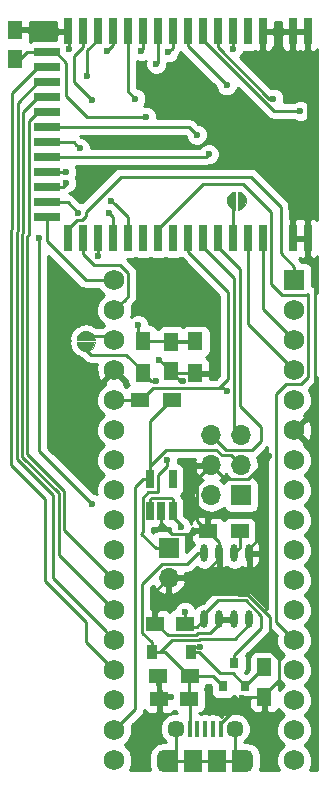
<source format=gbr>
G04 #@! TF.FileFunction,Copper,L1,Top,Signal*
%FSLAX46Y46*%
G04 Gerber Fmt 4.6, Leading zero omitted, Abs format (unit mm)*
G04 Created by KiCad (PCBNEW 4.0.7) date 09/16/18 15:06:07*
%MOMM*%
%LPD*%
G01*
G04 APERTURE LIST*
%ADD10C,0.100000*%
%ADD11C,0.010000*%
%ADD12R,2.200000X0.720000*%
%ADD13R,0.720000X2.200000*%
%ADD14R,1.250000X1.500000*%
%ADD15C,0.400000*%
%ADD16R,1.500000X1.300000*%
%ADD17R,1.500000X1.900000*%
%ADD18C,1.450000*%
%ADD19R,0.400000X1.350000*%
%ADD20O,1.200000X1.900000*%
%ADD21R,1.200000X1.900000*%
%ADD22R,0.650000X1.560000*%
%ADD23R,0.800000X0.900000*%
%ADD24R,1.500000X1.250000*%
%ADD25R,1.700000X1.700000*%
%ADD26O,1.700000X1.700000*%
%ADD27O,0.609600X1.473200*%
%ADD28R,1.300000X1.500000*%
%ADD29R,0.900000X1.200000*%
%ADD30R,1.752600X1.752600*%
%ADD31C,1.752600*%
%ADD32C,0.600000*%
%ADD33C,0.250000*%
%ADD34C,0.254000*%
G04 APERTURE END LIST*
D10*
D11*
G36*
X111718000Y-104025000D02*
X111461500Y-104070200D01*
X111235900Y-104200500D01*
X111068500Y-104400000D01*
X110979400Y-104644800D01*
X110979400Y-104905200D01*
X111068500Y-105150000D01*
X111235900Y-105349500D01*
X111461500Y-105479800D01*
X111718000Y-105525000D01*
X111718000Y-104025000D01*
X111718000Y-104025000D01*
G37*
X111718000Y-104025000D02*
X111461500Y-104070200D01*
X111235900Y-104200500D01*
X111068500Y-104400000D01*
X110979400Y-104644800D01*
X110979400Y-104905200D01*
X111068500Y-105150000D01*
X111235900Y-105349500D01*
X111461500Y-105479800D01*
X111718000Y-105525000D01*
X111718000Y-104025000D01*
G36*
X111918000Y-105525000D02*
X112174500Y-105479800D01*
X112400100Y-105349500D01*
X112567500Y-105150000D01*
X112656600Y-104905200D01*
X112656600Y-104644800D01*
X112567500Y-104400000D01*
X112400100Y-104200500D01*
X112174500Y-104070200D01*
X111918000Y-104025000D01*
X111918000Y-105525000D01*
X111918000Y-105525000D01*
G37*
X111918000Y-105525000D02*
X112174500Y-105479800D01*
X112400100Y-105349500D01*
X112567500Y-105150000D01*
X112656600Y-104905200D01*
X112656600Y-104644800D01*
X112567500Y-104400000D01*
X112400100Y-104200500D01*
X112174500Y-104070200D01*
X111918000Y-104025000D01*
X111918000Y-105525000D01*
G36*
X98310000Y-116744000D02*
X98355200Y-117000500D01*
X98485500Y-117226100D01*
X98685000Y-117393500D01*
X98929800Y-117482600D01*
X99190200Y-117482600D01*
X99435000Y-117393500D01*
X99634500Y-117226100D01*
X99764800Y-117000500D01*
X99810000Y-116744000D01*
X98310000Y-116744000D01*
X98310000Y-116744000D01*
G37*
X98310000Y-116744000D02*
X98355200Y-117000500D01*
X98485500Y-117226100D01*
X98685000Y-117393500D01*
X98929800Y-117482600D01*
X99190200Y-117482600D01*
X99435000Y-117393500D01*
X99634500Y-117226100D01*
X99764800Y-117000500D01*
X99810000Y-116744000D01*
X98310000Y-116744000D01*
G36*
X99810000Y-116544000D02*
X99764800Y-116287500D01*
X99634500Y-116061900D01*
X99435000Y-115894500D01*
X99190200Y-115805400D01*
X98929800Y-115805400D01*
X98685000Y-115894500D01*
X98485500Y-116061900D01*
X98355200Y-116287500D01*
X98310000Y-116544000D01*
X99810000Y-116544000D01*
X99810000Y-116544000D01*
G37*
X99810000Y-116544000D02*
X99764800Y-116287500D01*
X99634500Y-116061900D01*
X99435000Y-115894500D01*
X99190200Y-115805400D01*
X98929800Y-115805400D01*
X98685000Y-115894500D01*
X98485500Y-116061900D01*
X98355200Y-116287500D01*
X98310000Y-116544000D01*
X99810000Y-116544000D01*
D12*
X95758000Y-106172000D03*
X95758000Y-104902000D03*
X95758000Y-103632000D03*
X95758000Y-102362000D03*
X95758000Y-101092000D03*
X95758000Y-99822000D03*
X95758000Y-98552000D03*
X95758000Y-97282000D03*
X95758000Y-96012000D03*
X95758000Y-94742000D03*
X95758000Y-93472000D03*
X95758000Y-92202000D03*
D13*
X97536000Y-107950000D03*
X98806000Y-107950000D03*
X100076000Y-107950000D03*
X101346000Y-107950000D03*
X102616000Y-107950000D03*
X103886000Y-107950000D03*
X105156000Y-107950000D03*
X106426000Y-107950000D03*
X107696000Y-107950000D03*
X108966000Y-107950000D03*
X110236000Y-107950000D03*
X111506000Y-107950000D03*
X112776000Y-107950000D03*
X114046000Y-107950000D03*
X116586000Y-107950000D03*
X117856000Y-107950000D03*
X117856000Y-90424000D03*
X116586000Y-90424000D03*
X114046000Y-90424000D03*
X112776000Y-90424000D03*
X111506000Y-90424000D03*
X110236000Y-90424000D03*
X108966000Y-90424000D03*
X107696000Y-90424000D03*
X106426000Y-90424000D03*
X105156000Y-90424000D03*
X103886000Y-90424000D03*
X102616000Y-90424000D03*
X101346000Y-90424000D03*
X100076000Y-90424000D03*
X98806000Y-90424000D03*
X97536000Y-90424000D03*
D14*
X93091000Y-92817000D03*
X93091000Y-90317000D03*
D15*
X112268000Y-104775000D03*
X111368000Y-104775000D03*
X111368000Y-104775000D03*
X112268000Y-104775000D03*
D16*
X103679000Y-121666000D03*
X106379000Y-121666000D03*
D17*
X110169200Y-152208980D03*
D18*
X106669200Y-149508980D03*
D19*
X108519200Y-149508980D03*
X107869200Y-149508980D03*
X110469200Y-149508980D03*
X109819200Y-149508980D03*
X109169200Y-149508980D03*
D18*
X111669200Y-149508980D03*
D17*
X108169200Y-152208980D03*
D20*
X105669200Y-152208980D03*
X112669200Y-152208980D03*
D21*
X112069200Y-152208980D03*
X106269200Y-152208980D03*
D22*
X104521000Y-131064000D03*
X105471000Y-131064000D03*
X106421000Y-131064000D03*
X106421000Y-128364000D03*
X104521000Y-128364000D03*
D23*
X110683000Y-145907000D03*
X112583000Y-145907000D03*
X111633000Y-143907000D03*
D14*
X114173000Y-144292000D03*
X114173000Y-146792000D03*
D24*
X107422000Y-140589000D03*
X104922000Y-140589000D03*
D25*
X106072940Y-134167880D03*
D26*
X106072940Y-136707880D03*
D16*
X107903000Y-145034000D03*
X105203000Y-145034000D03*
X112094000Y-132715000D03*
X109394000Y-132715000D03*
D24*
X107803000Y-146939000D03*
X105303000Y-146939000D03*
D25*
X112229900Y-129715260D03*
D26*
X109689900Y-129715260D03*
X112229900Y-127175260D03*
X109689900Y-127175260D03*
X112229900Y-124635260D03*
X109689900Y-124635260D03*
D27*
X112903000Y-134620000D03*
X111633000Y-134620000D03*
X110363000Y-134620000D03*
X109093000Y-134620000D03*
X109093000Y-140208000D03*
X110363000Y-140208000D03*
X111633000Y-140208000D03*
X112903000Y-140208000D03*
D14*
X106299000Y-116733000D03*
X106299000Y-119233000D03*
D28*
X103886000Y-119333000D03*
X103886000Y-116633000D03*
X108331000Y-116680000D03*
X108331000Y-119380000D03*
D29*
X107949000Y-143002000D03*
X104649000Y-143002000D03*
D15*
X99060000Y-116194000D03*
X99060000Y-117094000D03*
X99060000Y-117094000D03*
X99060000Y-116194000D03*
D30*
X116713000Y-111506000D03*
D31*
X116713000Y-114046000D03*
X116713000Y-116586000D03*
X116713000Y-119126000D03*
X116713000Y-121666000D03*
X116713000Y-124206000D03*
X116713000Y-126746000D03*
X116713000Y-129286000D03*
X116713000Y-131826000D03*
X116713000Y-134366000D03*
X116713000Y-136906000D03*
X116713000Y-139446000D03*
X101473000Y-136906000D03*
X101473000Y-139446000D03*
X101473000Y-141952000D03*
X101473000Y-144526000D03*
X101473000Y-147066000D03*
X101473000Y-149606000D03*
X101493000Y-152146000D03*
X116713000Y-152146000D03*
X116713000Y-149606000D03*
X116713000Y-147066000D03*
X116713000Y-144526000D03*
X116713000Y-141986000D03*
X101473000Y-134366000D03*
X101473000Y-131826000D03*
X101473000Y-129286000D03*
X101473000Y-126746000D03*
X101473000Y-124206000D03*
X101473000Y-121666000D03*
X101473000Y-119126000D03*
X101473000Y-116586000D03*
X101473000Y-114046000D03*
X101473000Y-111506000D03*
D32*
X115443000Y-90424000D03*
X93980000Y-90317000D03*
X107315000Y-120015000D03*
X116459000Y-105283000D03*
X105283000Y-118237000D03*
X114554000Y-126365000D03*
X97663000Y-91948000D03*
X114046000Y-91948000D03*
X106299000Y-146812000D03*
X112268000Y-146857002D03*
X100838000Y-92075000D03*
X99568000Y-96266000D03*
X106379000Y-121275265D03*
X104140000Y-97663000D03*
X110998000Y-120904000D03*
X99187000Y-94234000D03*
X98422449Y-105788449D03*
X109474000Y-100838000D03*
X108458000Y-99187000D03*
X100076000Y-109473996D03*
X101031051Y-105857051D03*
X114935000Y-96139000D03*
X117230990Y-97177689D03*
X110998000Y-94996000D03*
X106045000Y-92202000D03*
X105029000Y-93208010D03*
X103759000Y-92075000D03*
X98552000Y-100330000D03*
X95123004Y-107950000D03*
X99628949Y-130495051D03*
X101228990Y-104775000D03*
X111506000Y-91948000D03*
X107096754Y-132364653D03*
X108732306Y-142603556D03*
X105029000Y-120015000D03*
X105918000Y-126746000D03*
X107451990Y-139573000D03*
X103505000Y-115316000D03*
X103251000Y-96139000D03*
X97411551Y-103253551D03*
X97409000Y-102362000D03*
D33*
X116586000Y-90424000D02*
X115443000Y-90424000D01*
X115443000Y-90424000D02*
X114046000Y-90424000D01*
X93980000Y-90317000D02*
X97429000Y-90317000D01*
X92583000Y-90317000D02*
X93980000Y-90317000D01*
X107315000Y-120015000D02*
X107081000Y-120015000D01*
X107081000Y-120015000D02*
X106299000Y-119233000D01*
X116459000Y-99822000D02*
X117856000Y-98425000D01*
X117856000Y-98425000D02*
X117856000Y-90424000D01*
X116459000Y-105283000D02*
X116459000Y-99822000D01*
X117856000Y-90424000D02*
X116586000Y-90424000D01*
X116586000Y-107950000D02*
X117856000Y-107950000D01*
X116459000Y-105283000D02*
X116459000Y-107823000D01*
X116459000Y-107823000D02*
X116586000Y-107950000D01*
X116713000Y-124206000D02*
X118491000Y-122428000D01*
X118491000Y-122428000D02*
X118491000Y-109935000D01*
X118491000Y-109935000D02*
X117856000Y-109300000D01*
X117856000Y-109300000D02*
X117856000Y-107950000D01*
X105283000Y-118237000D02*
X105303000Y-118237000D01*
X105303000Y-118237000D02*
X106299000Y-119233000D01*
X109689900Y-127175260D02*
X110864901Y-128350261D01*
X110864901Y-128350261D02*
X112793901Y-128350261D01*
X112793901Y-128350261D02*
X114554000Y-126590162D01*
X114554000Y-126590162D02*
X114554000Y-126365000D01*
X109394000Y-132715000D02*
X109294000Y-132715000D01*
X109294000Y-132715000D02*
X108514899Y-131935899D01*
X108514899Y-131935899D02*
X108514899Y-128350261D01*
X108514899Y-128350261D02*
X108839901Y-128025259D01*
X108839901Y-128025259D02*
X109689900Y-127175260D01*
X115443000Y-143601998D02*
X115443000Y-145397000D01*
X115443000Y-145397000D02*
X114173000Y-146667000D01*
X114173000Y-146667000D02*
X114173000Y-146792000D01*
X114681000Y-140027104D02*
X114681000Y-142839998D01*
X114681000Y-142839998D02*
X115443000Y-143601998D01*
X112829896Y-138176000D02*
X114681000Y-140027104D01*
X112014000Y-138176000D02*
X112829896Y-138176000D01*
X111887000Y-138049000D02*
X112014000Y-138176000D01*
X106587000Y-138049000D02*
X111887000Y-138049000D01*
X104922000Y-140589000D02*
X104922000Y-139714000D01*
X104922000Y-139714000D02*
X106587000Y-138049000D01*
X108119345Y-132989655D02*
X108394000Y-132715000D01*
X106366655Y-132989655D02*
X108119345Y-132989655D01*
X105471000Y-132094000D02*
X106366655Y-132989655D01*
X105471000Y-131064000D02*
X105471000Y-132094000D01*
X108394000Y-132715000D02*
X109394000Y-132715000D01*
X97663000Y-91948000D02*
X97663000Y-90551000D01*
X97663000Y-90551000D02*
X97536000Y-90424000D01*
X114046000Y-91948000D02*
X114046000Y-90424000D01*
X97429000Y-90317000D02*
X97536000Y-90424000D01*
X108331000Y-119380000D02*
X106446000Y-119380000D01*
X106446000Y-119380000D02*
X106299000Y-119233000D01*
X106299000Y-146812000D02*
X105430000Y-146812000D01*
X105430000Y-146812000D02*
X105303000Y-146939000D01*
X114173000Y-146792000D02*
X112333002Y-146792000D01*
X112333002Y-146792000D02*
X112268000Y-146857002D01*
X108432001Y-141539001D02*
X105997001Y-141539001D01*
X108552014Y-141418988D02*
X108432001Y-141539001D01*
X109583812Y-141418988D02*
X108552014Y-141418988D01*
X105047000Y-140589000D02*
X104922000Y-140589000D01*
X105997001Y-141539001D02*
X105047000Y-140589000D01*
X110363000Y-140639800D02*
X109583812Y-141418988D01*
X110363000Y-140208000D02*
X110363000Y-140639800D01*
X105303000Y-146939000D02*
X105303000Y-145134000D01*
X105303000Y-145134000D02*
X105203000Y-145034000D01*
X113157000Y-131572000D02*
X113457800Y-131872800D01*
X113457800Y-131872800D02*
X113457800Y-133633400D01*
X113457800Y-133633400D02*
X112903000Y-134188200D01*
X112903000Y-134188200D02*
X112903000Y-134620000D01*
X109637000Y-131572000D02*
X113157000Y-131572000D01*
X109394000Y-132715000D02*
X109394000Y-131815000D01*
X109394000Y-131815000D02*
X109637000Y-131572000D01*
X109394000Y-132715000D02*
X110363000Y-133684000D01*
X110363000Y-133684000D02*
X110363000Y-134620000D01*
X106072940Y-136707880D02*
X108706920Y-136707880D01*
X108706920Y-136707880D02*
X110363000Y-135051800D01*
X110363000Y-135051800D02*
X110363000Y-134620000D01*
X104922000Y-140589000D02*
X104922000Y-137858820D01*
X104922000Y-137858820D02*
X106072940Y-136707880D01*
X111633000Y-140208000D02*
X110363000Y-140208000D01*
X110469200Y-149508980D02*
X110469200Y-149033980D01*
X110469200Y-149033980D02*
X112711180Y-146792000D01*
X112711180Y-146792000D02*
X113298000Y-146792000D01*
X113298000Y-146792000D02*
X114173000Y-146792000D01*
X101346000Y-90424000D02*
X101346000Y-91567000D01*
X101346000Y-91567000D02*
X100838000Y-92075000D01*
X98044000Y-92536000D02*
X98044000Y-94742000D01*
X98044000Y-94742000D02*
X99568000Y-96266000D01*
X98806000Y-90424000D02*
X98806000Y-91774000D01*
X98806000Y-91774000D02*
X98044000Y-92536000D01*
X106379000Y-121666000D02*
X106379000Y-121275265D01*
X104521000Y-127334000D02*
X104521000Y-128364000D01*
X104521000Y-127217996D02*
X104521000Y-127334000D01*
X105881996Y-125857000D02*
X104521000Y-127217996D01*
X110110642Y-125857000D02*
X105881996Y-125857000D01*
X111379901Y-126325261D02*
X110578903Y-126325261D01*
X110578903Y-126325261D02*
X110110642Y-125857000D01*
X112229900Y-127175260D02*
X111379901Y-126325261D01*
X103946000Y-128364000D02*
X104521000Y-128364000D01*
X103251000Y-129059000D02*
X103946000Y-128364000D01*
X103251000Y-147828000D02*
X103251000Y-129059000D01*
X101473000Y-149606000D02*
X103251000Y-147828000D01*
X97409000Y-95885000D02*
X99187000Y-97663000D01*
X99187000Y-97663000D02*
X104140000Y-97663000D01*
X97409000Y-93113000D02*
X97409000Y-95885000D01*
X95758000Y-92202000D02*
X96498000Y-92202000D01*
X96498000Y-92202000D02*
X97409000Y-93113000D01*
X92583000Y-92817000D02*
X93458000Y-92817000D01*
X93458000Y-92817000D02*
X94073000Y-92202000D01*
X94073000Y-92202000D02*
X94408000Y-92202000D01*
X94408000Y-92202000D02*
X95758000Y-92202000D01*
X104521000Y-128364000D02*
X104521000Y-123424000D01*
X104521000Y-123424000D02*
X106279000Y-121666000D01*
X106279000Y-121666000D02*
X106379000Y-121666000D01*
X109689900Y-124635260D02*
X110911640Y-125857000D01*
X110911640Y-125857000D02*
X113157000Y-125857000D01*
X113157000Y-125857000D02*
X113919000Y-125095000D01*
X113919000Y-125095000D02*
X113919000Y-123952000D01*
X113919000Y-123952000D02*
X112141000Y-122174000D01*
X112141000Y-122174000D02*
X112141000Y-110595000D01*
X112141000Y-110595000D02*
X110236000Y-108690000D01*
X110236000Y-108690000D02*
X110236000Y-107950000D01*
X110363000Y-120650000D02*
X104795000Y-120650000D01*
X104795000Y-120650000D02*
X103779000Y-121666000D01*
X103779000Y-121666000D02*
X103679000Y-121666000D01*
X110998000Y-120904000D02*
X110698001Y-120604001D01*
X110698001Y-120604001D02*
X110408999Y-120604001D01*
X110408999Y-120604001D02*
X110363000Y-120650000D01*
X107696000Y-107950000D02*
X107696000Y-109093000D01*
X107696000Y-109093000D02*
X111125000Y-112522000D01*
X111125000Y-112522000D02*
X111125000Y-119888000D01*
X111125000Y-119888000D02*
X110363000Y-120650000D01*
X101473000Y-121666000D02*
X103679000Y-121666000D01*
X108966000Y-107950000D02*
X108966000Y-108690000D01*
X108966000Y-108690000D02*
X111633000Y-111357000D01*
X111633000Y-111357000D02*
X111633000Y-124038360D01*
X111633000Y-124038360D02*
X112229900Y-124635260D01*
X99187000Y-94234000D02*
X99187000Y-92053000D01*
X99187000Y-92053000D02*
X100076000Y-91164000D01*
X100076000Y-91164000D02*
X100076000Y-90424000D01*
X95758000Y-106172000D02*
X95758000Y-108217002D01*
X95758000Y-108217002D02*
X99046998Y-111506000D01*
X99046998Y-111506000D02*
X100233725Y-111506000D01*
X100233725Y-111506000D02*
X101473000Y-111506000D01*
X95758000Y-104902000D02*
X97536000Y-104902000D01*
X97536000Y-104902000D02*
X98422449Y-105788449D01*
X97917000Y-101092000D02*
X95758000Y-101092000D01*
X109220000Y-101092000D02*
X109474000Y-100838000D01*
X97917000Y-101092000D02*
X109220000Y-101092000D01*
X95758000Y-98552000D02*
X107823000Y-98552000D01*
X107823000Y-98552000D02*
X108158001Y-98887001D01*
X108158001Y-98887001D02*
X108458000Y-99187000D01*
X94234000Y-107659996D02*
X94234000Y-98066000D01*
X94116998Y-107776998D02*
X94234000Y-107659996D01*
X101473000Y-136906000D02*
X97224011Y-132657011D01*
X97224011Y-132657011D02*
X97224011Y-129356421D01*
X97224011Y-129356421D02*
X94116998Y-126249408D01*
X94116998Y-126249408D02*
X94116998Y-107776998D01*
X94234000Y-98066000D02*
X95018000Y-97282000D01*
X95018000Y-97282000D02*
X95758000Y-97282000D01*
X93783989Y-97246011D02*
X95018000Y-96012000D01*
X93783989Y-107473596D02*
X93783989Y-97246011D01*
X93666987Y-107590598D02*
X93783989Y-107473596D01*
X95018000Y-96012000D02*
X95758000Y-96012000D01*
X93666987Y-126435808D02*
X93666987Y-107590598D01*
X96774000Y-129542820D02*
X93666987Y-126435808D01*
X96774000Y-134747000D02*
X96774000Y-129542820D01*
X101473000Y-139446000D02*
X96774000Y-134747000D01*
X93287011Y-96472989D02*
X93287011Y-107334163D01*
X93216976Y-126622208D02*
X96266000Y-129671231D01*
X96266000Y-129671231D02*
X96266000Y-136745000D01*
X96266000Y-136745000D02*
X100596701Y-141075701D01*
X93287011Y-107334163D02*
X93216976Y-107404198D01*
X95018000Y-94742000D02*
X93287011Y-96472989D01*
X93216976Y-107404198D02*
X93216976Y-126622208D01*
X95758000Y-94742000D02*
X95018000Y-94742000D01*
X100596701Y-141075701D02*
X101473000Y-141952000D01*
X95631000Y-130048000D02*
X95631000Y-137000409D01*
X92837000Y-95653000D02*
X92837000Y-107147763D01*
X92766965Y-107217798D02*
X92766965Y-127183965D01*
X95631000Y-137000409D02*
X99060000Y-140429409D01*
X95758000Y-93472000D02*
X95018000Y-93472000D01*
X95018000Y-93472000D02*
X92837000Y-95653000D01*
X99060000Y-142113000D02*
X100596701Y-143649701D01*
X99060000Y-140429409D02*
X99060000Y-142113000D01*
X92837000Y-107147763D02*
X92766965Y-107217798D01*
X100596701Y-143649701D02*
X101473000Y-144526000D01*
X92766965Y-127183965D02*
X95631000Y-130048000D01*
X116713000Y-110379700D02*
X116713000Y-111506000D01*
X115570000Y-109236700D02*
X116713000Y-110379700D01*
X102003000Y-102743000D02*
X113043002Y-102743000D01*
X99047450Y-106088450D02*
X99047450Y-105698550D01*
X98722450Y-106413450D02*
X99047450Y-106088450D01*
X98332550Y-106413450D02*
X98722450Y-106413450D01*
X115570000Y-105269998D02*
X115570000Y-109236700D01*
X97536000Y-107210000D02*
X98332550Y-106413450D01*
X97536000Y-107950000D02*
X97536000Y-107210000D01*
X99047450Y-105698550D02*
X102003000Y-102743000D01*
X113043002Y-102743000D02*
X115570000Y-105269998D01*
X99742000Y-110236000D02*
X101980926Y-110236000D01*
X101980926Y-110236000D02*
X102674301Y-110929375D01*
X102674301Y-110929375D02*
X102674301Y-112844699D01*
X102674301Y-112844699D02*
X102349299Y-113169701D01*
X102349299Y-113169701D02*
X101473000Y-114046000D01*
X98806000Y-107950000D02*
X98806000Y-109300000D01*
X98806000Y-109300000D02*
X99742000Y-110236000D01*
X100076000Y-107950000D02*
X100076000Y-109473996D01*
X101331050Y-106157050D02*
X101031051Y-105857051D01*
X101346000Y-107950000D02*
X101346000Y-106172000D01*
X101346000Y-106172000D02*
X101331050Y-106157050D01*
X114601000Y-96139000D02*
X114935000Y-96139000D01*
X110236000Y-91774000D02*
X114601000Y-96139000D01*
X110236000Y-90424000D02*
X110236000Y-91774000D01*
X114979689Y-97177689D02*
X116806726Y-97177689D01*
X108966000Y-90424000D02*
X108966000Y-91164000D01*
X108966000Y-91164000D02*
X114979689Y-97177689D01*
X116806726Y-97177689D02*
X117230990Y-97177689D01*
X110998000Y-94996000D02*
X107696000Y-91694000D01*
X107696000Y-91694000D02*
X107696000Y-90424000D01*
X106344999Y-91902001D02*
X106045000Y-92202000D01*
X106426000Y-91821000D02*
X106344999Y-91902001D01*
X106426000Y-90424000D02*
X106426000Y-91821000D01*
X105156000Y-90424000D02*
X105156000Y-93081010D01*
X105156000Y-93081010D02*
X105029000Y-93208010D01*
X103886000Y-90424000D02*
X103886000Y-91948000D01*
X103886000Y-91948000D02*
X103759000Y-92075000D01*
X111506000Y-107950000D02*
X111506000Y-104913000D01*
X111506000Y-104913000D02*
X111368000Y-104775000D01*
X95758000Y-99822000D02*
X98044000Y-99822000D01*
X98044000Y-99822000D02*
X98252001Y-100030001D01*
X98252001Y-100030001D02*
X98552000Y-100330000D01*
X95123004Y-108374264D02*
X95123004Y-107950000D01*
X95123004Y-125989106D02*
X95123004Y-108374264D01*
X99628949Y-130495051D02*
X95123004Y-125989106D01*
X101528989Y-105074999D02*
X101228990Y-104775000D01*
X102616000Y-106162010D02*
X101528989Y-105074999D01*
X102616000Y-107950000D02*
X102616000Y-106162010D01*
X111506000Y-90424000D02*
X111506000Y-91948000D01*
X110169200Y-152208980D02*
X112069200Y-152208980D01*
X106269200Y-152208980D02*
X108169200Y-152208980D01*
X111669200Y-149508980D02*
X111669200Y-152058980D01*
X111669200Y-152058980D02*
X111819200Y-152208980D01*
X111819200Y-152208980D02*
X112669200Y-152208980D01*
X106669200Y-149508980D02*
X106669200Y-152058980D01*
X106669200Y-152058980D02*
X106519200Y-152208980D01*
X106519200Y-152208980D02*
X105669200Y-152208980D01*
X112669200Y-152208980D02*
X105669200Y-152208980D01*
X105669200Y-152208980D02*
X106269200Y-152208980D01*
X106361988Y-141989012D02*
X105349000Y-143002000D01*
X108738414Y-141868999D02*
X108618401Y-141989012D01*
X111673801Y-141868999D02*
X108738414Y-141868999D01*
X108618401Y-141989012D02*
X106361988Y-141989012D01*
X112903000Y-140639800D02*
X111673801Y-141868999D01*
X112903000Y-140208000D02*
X112903000Y-140639800D01*
X107649200Y-135509000D02*
X105532818Y-135509000D01*
X105532818Y-135509000D02*
X103846999Y-137194819D01*
X103846999Y-137194819D02*
X103846999Y-141349999D01*
X103846999Y-141349999D02*
X104649000Y-142152000D01*
X104649000Y-142152000D02*
X104649000Y-143002000D01*
X109093000Y-134620000D02*
X108538200Y-134620000D01*
X108538200Y-134620000D02*
X107649200Y-135509000D01*
X105349000Y-143002000D02*
X104649000Y-143002000D01*
X107903000Y-145034000D02*
X109860000Y-145034000D01*
X109860000Y-145034000D02*
X110683000Y-145857000D01*
X110683000Y-145857000D02*
X110683000Y-145907000D01*
X107903000Y-145034000D02*
X107803000Y-145034000D01*
X105771000Y-143002000D02*
X105349000Y-143002000D01*
X107803000Y-145034000D02*
X105771000Y-143002000D01*
X107803000Y-146939000D02*
X107803000Y-145134000D01*
X107803000Y-145134000D02*
X107903000Y-145034000D01*
X107869200Y-149508980D02*
X107869200Y-147005200D01*
X107869200Y-147005200D02*
X107803000Y-146939000D01*
X104635988Y-129919012D02*
X104521000Y-130034000D01*
X106421000Y-131064000D02*
X106421000Y-130034000D01*
X106421000Y-130034000D02*
X106306012Y-129919012D01*
X106306012Y-129919012D02*
X104635988Y-129919012D01*
X104521000Y-130034000D02*
X104521000Y-131064000D01*
X107096754Y-132194754D02*
X107096754Y-132364653D01*
X106421000Y-131519000D02*
X107096754Y-132194754D01*
X106421000Y-131064000D02*
X106421000Y-131519000D01*
X108732306Y-142603556D02*
X108347444Y-142603556D01*
X108347444Y-142603556D02*
X107949000Y-143002000D01*
X111506000Y-144780000D02*
X110427000Y-144780000D01*
X110427000Y-144780000D02*
X108649000Y-143002000D01*
X108649000Y-143002000D02*
X107949000Y-143002000D01*
X112583000Y-145907000D02*
X112583000Y-145857000D01*
X112583000Y-145857000D02*
X111506000Y-144780000D01*
X112583000Y-145907000D02*
X112583000Y-145882000D01*
X112583000Y-145882000D02*
X114173000Y-144292000D01*
X105029000Y-120015000D02*
X104568000Y-120015000D01*
X104568000Y-120015000D02*
X103886000Y-119333000D01*
X105106001Y-129469001D02*
X105171001Y-129404001D01*
X105171001Y-129404001D02*
X105171001Y-128005998D01*
X103870999Y-129936001D02*
X104337999Y-129469001D01*
X105918000Y-127258999D02*
X105918000Y-126746000D01*
X104337999Y-129469001D02*
X105106001Y-129469001D01*
X105171001Y-128005998D02*
X105918000Y-127258999D01*
X103759000Y-132953940D02*
X103870999Y-132841941D01*
X103870999Y-132841941D02*
X103870999Y-129936001D01*
X106072940Y-134167880D02*
X104972940Y-134167880D01*
X104972940Y-134167880D02*
X103759000Y-132953940D01*
X110243189Y-138626011D02*
X109093000Y-139776200D01*
X113919000Y-139901514D02*
X112643497Y-138626011D01*
X111633000Y-143207000D02*
X113919000Y-140921000D01*
X111633000Y-143907000D02*
X111633000Y-143207000D01*
X109093000Y-139776200D02*
X109093000Y-140208000D01*
X112643497Y-138626011D02*
X110243189Y-138626011D01*
X113919000Y-140921000D02*
X113919000Y-139901514D01*
X99539158Y-117856000D02*
X102509000Y-117856000D01*
X102509000Y-117856000D02*
X103886000Y-119233000D01*
X103886000Y-119233000D02*
X103886000Y-119333000D01*
X99060000Y-117094000D02*
X99060000Y-117376842D01*
X99060000Y-117376842D02*
X99539158Y-117856000D01*
X107422000Y-140589000D02*
X107422000Y-139602990D01*
X107422000Y-139602990D02*
X107451990Y-139573000D01*
X107676000Y-140843000D02*
X108458000Y-140843000D01*
X108458000Y-140843000D02*
X109093000Y-140208000D01*
X112094000Y-132715000D02*
X112094000Y-134159000D01*
X112094000Y-134159000D02*
X111633000Y-134620000D01*
X102616000Y-90424000D02*
X102616000Y-95504000D01*
X102616000Y-95504000D02*
X103251000Y-96139000D01*
X103505000Y-115316000D02*
X103505000Y-116252000D01*
X103505000Y-116252000D02*
X103886000Y-116633000D01*
X106299000Y-116733000D02*
X108278000Y-116733000D01*
X108278000Y-116733000D02*
X108331000Y-116680000D01*
X103886000Y-116633000D02*
X108284000Y-116633000D01*
X108284000Y-116633000D02*
X108331000Y-116680000D01*
X99060000Y-116194000D02*
X101081000Y-116194000D01*
X101081000Y-116194000D02*
X101473000Y-116586000D01*
X97108000Y-103632000D02*
X97411551Y-103328449D01*
X97411551Y-103328449D02*
X97411551Y-103253551D01*
X95758000Y-103632000D02*
X97108000Y-103632000D01*
X97409000Y-102362000D02*
X95758000Y-102362000D01*
X116713000Y-141986000D02*
X115189000Y-140462000D01*
X115189000Y-140462000D02*
X115189000Y-121158000D01*
X117289625Y-120327301D02*
X117914301Y-119702625D01*
X115189000Y-121158000D02*
X116019699Y-120327301D01*
X114731001Y-111861603D02*
X114731001Y-105714001D01*
X116019699Y-120327301D02*
X117289625Y-120327301D01*
X117914301Y-119702625D02*
X117914301Y-112642301D01*
X117914301Y-112642301D02*
X117780602Y-112776000D01*
X117780602Y-112776000D02*
X115645398Y-112776000D01*
X105156000Y-107210000D02*
X105156000Y-107950000D01*
X115645398Y-112776000D02*
X114731001Y-111861603D01*
X112395000Y-103378000D02*
X108988000Y-103378000D01*
X108988000Y-103378000D02*
X105156000Y-107210000D01*
X114731001Y-105714001D02*
X112395000Y-103378000D01*
X112776000Y-107950000D02*
X112776000Y-115189000D01*
X112776000Y-115189000D02*
X114380000Y-116793000D01*
X114380000Y-116793000D02*
X116713000Y-119126000D01*
X116713000Y-116586000D02*
X114046000Y-113919000D01*
X114046000Y-113919000D02*
X114046000Y-107950000D01*
D34*
G36*
X109635560Y-145884362D02*
X109635560Y-146357000D01*
X109679838Y-146592317D01*
X109818910Y-146808441D01*
X110031110Y-146953431D01*
X110283000Y-147004440D01*
X111083000Y-147004440D01*
X111318317Y-146960162D01*
X111534441Y-146821090D01*
X111633633Y-146675917D01*
X111718910Y-146808441D01*
X111931110Y-146953431D01*
X112183000Y-147004440D01*
X112983000Y-147004440D01*
X112987077Y-147003673D01*
X112913000Y-147077750D01*
X112913000Y-147668309D01*
X113009673Y-147901698D01*
X113188301Y-148080327D01*
X113421690Y-148177000D01*
X113887250Y-148177000D01*
X114046000Y-148018250D01*
X114046000Y-146919000D01*
X114026000Y-146919000D01*
X114026000Y-146665000D01*
X114046000Y-146665000D01*
X114046000Y-146645000D01*
X114300000Y-146645000D01*
X114300000Y-146665000D01*
X114320000Y-146665000D01*
X114320000Y-146919000D01*
X114300000Y-146919000D01*
X114300000Y-148018250D01*
X114458750Y-148177000D01*
X114924310Y-148177000D01*
X115157699Y-148080327D01*
X115336327Y-147901698D01*
X115379754Y-147796855D01*
X115431035Y-147920964D01*
X115845698Y-148336351D01*
X115432529Y-148748800D01*
X115201963Y-149304065D01*
X115201438Y-149905297D01*
X115431035Y-150460964D01*
X115845698Y-150876351D01*
X115432529Y-151288800D01*
X115201963Y-151844065D01*
X115201438Y-152445297D01*
X115414109Y-152960000D01*
X113830609Y-152960000D01*
X113904200Y-152590032D01*
X113904200Y-151827928D01*
X113810191Y-151355314D01*
X113542477Y-150954651D01*
X113141814Y-150686937D01*
X112669200Y-150592928D01*
X112575631Y-150611540D01*
X112489725Y-150611540D01*
X112821480Y-150280364D01*
X113028963Y-149780688D01*
X113029436Y-149239646D01*
X112822824Y-148739608D01*
X112440584Y-148356700D01*
X111940908Y-148149217D01*
X111399866Y-148148744D01*
X111033407Y-148300162D01*
X111028898Y-148295653D01*
X110795509Y-148198980D01*
X110727950Y-148198980D01*
X110569200Y-148357730D01*
X110569200Y-148516047D01*
X110483290Y-148382539D01*
X110271090Y-148237549D01*
X110243415Y-148231945D01*
X110210450Y-148198980D01*
X110142891Y-148198980D01*
X110122447Y-148207448D01*
X110019200Y-148186540D01*
X109619200Y-148186540D01*
X109489611Y-148210924D01*
X109369200Y-148186540D01*
X108969200Y-148186540D01*
X108839611Y-148210924D01*
X108719200Y-148186540D01*
X108685332Y-148186540D01*
X108788317Y-148167162D01*
X109004441Y-148028090D01*
X109149431Y-147815890D01*
X109200440Y-147564000D01*
X109200440Y-146314000D01*
X109156162Y-146078683D01*
X109154078Y-146075444D01*
X109249431Y-145935890D01*
X109278164Y-145794000D01*
X109545198Y-145794000D01*
X109635560Y-145884362D01*
X109635560Y-145884362D01*
G37*
X109635560Y-145884362D02*
X109635560Y-146357000D01*
X109679838Y-146592317D01*
X109818910Y-146808441D01*
X110031110Y-146953431D01*
X110283000Y-147004440D01*
X111083000Y-147004440D01*
X111318317Y-146960162D01*
X111534441Y-146821090D01*
X111633633Y-146675917D01*
X111718910Y-146808441D01*
X111931110Y-146953431D01*
X112183000Y-147004440D01*
X112983000Y-147004440D01*
X112987077Y-147003673D01*
X112913000Y-147077750D01*
X112913000Y-147668309D01*
X113009673Y-147901698D01*
X113188301Y-148080327D01*
X113421690Y-148177000D01*
X113887250Y-148177000D01*
X114046000Y-148018250D01*
X114046000Y-146919000D01*
X114026000Y-146919000D01*
X114026000Y-146665000D01*
X114046000Y-146665000D01*
X114046000Y-146645000D01*
X114300000Y-146645000D01*
X114300000Y-146665000D01*
X114320000Y-146665000D01*
X114320000Y-146919000D01*
X114300000Y-146919000D01*
X114300000Y-148018250D01*
X114458750Y-148177000D01*
X114924310Y-148177000D01*
X115157699Y-148080327D01*
X115336327Y-147901698D01*
X115379754Y-147796855D01*
X115431035Y-147920964D01*
X115845698Y-148336351D01*
X115432529Y-148748800D01*
X115201963Y-149304065D01*
X115201438Y-149905297D01*
X115431035Y-150460964D01*
X115845698Y-150876351D01*
X115432529Y-151288800D01*
X115201963Y-151844065D01*
X115201438Y-152445297D01*
X115414109Y-152960000D01*
X113830609Y-152960000D01*
X113904200Y-152590032D01*
X113904200Y-151827928D01*
X113810191Y-151355314D01*
X113542477Y-150954651D01*
X113141814Y-150686937D01*
X112669200Y-150592928D01*
X112575631Y-150611540D01*
X112489725Y-150611540D01*
X112821480Y-150280364D01*
X113028963Y-149780688D01*
X113029436Y-149239646D01*
X112822824Y-148739608D01*
X112440584Y-148356700D01*
X111940908Y-148149217D01*
X111399866Y-148148744D01*
X111033407Y-148300162D01*
X111028898Y-148295653D01*
X110795509Y-148198980D01*
X110727950Y-148198980D01*
X110569200Y-148357730D01*
X110569200Y-148516047D01*
X110483290Y-148382539D01*
X110271090Y-148237549D01*
X110243415Y-148231945D01*
X110210450Y-148198980D01*
X110142891Y-148198980D01*
X110122447Y-148207448D01*
X110019200Y-148186540D01*
X109619200Y-148186540D01*
X109489611Y-148210924D01*
X109369200Y-148186540D01*
X108969200Y-148186540D01*
X108839611Y-148210924D01*
X108719200Y-148186540D01*
X108685332Y-148186540D01*
X108788317Y-148167162D01*
X109004441Y-148028090D01*
X109149431Y-147815890D01*
X109200440Y-147564000D01*
X109200440Y-146314000D01*
X109156162Y-146078683D01*
X109154078Y-146075444D01*
X109249431Y-145935890D01*
X109278164Y-145794000D01*
X109545198Y-145794000D01*
X109635560Y-145884362D01*
G36*
X105330000Y-144907000D02*
X105350000Y-144907000D01*
X105350000Y-145161000D01*
X105330000Y-145161000D01*
X105330000Y-146160250D01*
X105430000Y-146260250D01*
X105430000Y-146812000D01*
X105450000Y-146812000D01*
X105450000Y-147066000D01*
X105430000Y-147066000D01*
X105430000Y-148040250D01*
X105588750Y-148199000D01*
X106179309Y-148199000D01*
X106412698Y-148102327D01*
X106553936Y-147961090D01*
X106588910Y-148015441D01*
X106784498Y-148149080D01*
X106399866Y-148148744D01*
X105899828Y-148355356D01*
X105516920Y-148737596D01*
X105309437Y-149237272D01*
X105308964Y-149778314D01*
X105515576Y-150278352D01*
X105848183Y-150611540D01*
X105762769Y-150611540D01*
X105669200Y-150592928D01*
X105196586Y-150686937D01*
X104795923Y-150954651D01*
X104528209Y-151355314D01*
X104434200Y-151827928D01*
X104434200Y-152590032D01*
X104507791Y-152960000D01*
X102791409Y-152960000D01*
X103004037Y-152447935D01*
X103004562Y-151846703D01*
X102774965Y-151291036D01*
X102350319Y-150865649D01*
X102753471Y-150463200D01*
X102984037Y-149907935D01*
X102984562Y-149306703D01*
X102944370Y-149209432D01*
X103788401Y-148365401D01*
X103953148Y-148118839D01*
X103999331Y-147886661D01*
X104014673Y-147923699D01*
X104193302Y-148102327D01*
X104426691Y-148199000D01*
X105017250Y-148199000D01*
X105176000Y-148040250D01*
X105176000Y-147066000D01*
X105156000Y-147066000D01*
X105156000Y-146812000D01*
X105176000Y-146812000D01*
X105176000Y-145837750D01*
X105076000Y-145737750D01*
X105076000Y-145161000D01*
X105056000Y-145161000D01*
X105056000Y-144907000D01*
X105076000Y-144907000D01*
X105076000Y-144887000D01*
X105330000Y-144887000D01*
X105330000Y-144907000D01*
X105330000Y-144907000D01*
G37*
X105330000Y-144907000D02*
X105350000Y-144907000D01*
X105350000Y-145161000D01*
X105330000Y-145161000D01*
X105330000Y-146160250D01*
X105430000Y-146260250D01*
X105430000Y-146812000D01*
X105450000Y-146812000D01*
X105450000Y-147066000D01*
X105430000Y-147066000D01*
X105430000Y-148040250D01*
X105588750Y-148199000D01*
X106179309Y-148199000D01*
X106412698Y-148102327D01*
X106553936Y-147961090D01*
X106588910Y-148015441D01*
X106784498Y-148149080D01*
X106399866Y-148148744D01*
X105899828Y-148355356D01*
X105516920Y-148737596D01*
X105309437Y-149237272D01*
X105308964Y-149778314D01*
X105515576Y-150278352D01*
X105848183Y-150611540D01*
X105762769Y-150611540D01*
X105669200Y-150592928D01*
X105196586Y-150686937D01*
X104795923Y-150954651D01*
X104528209Y-151355314D01*
X104434200Y-151827928D01*
X104434200Y-152590032D01*
X104507791Y-152960000D01*
X102791409Y-152960000D01*
X103004037Y-152447935D01*
X103004562Y-151846703D01*
X102774965Y-151291036D01*
X102350319Y-150865649D01*
X102753471Y-150463200D01*
X102984037Y-149907935D01*
X102984562Y-149306703D01*
X102944370Y-149209432D01*
X103788401Y-148365401D01*
X103953148Y-148118839D01*
X103999331Y-147886661D01*
X104014673Y-147923699D01*
X104193302Y-148102327D01*
X104426691Y-148199000D01*
X105017250Y-148199000D01*
X105176000Y-148040250D01*
X105176000Y-147066000D01*
X105156000Y-147066000D01*
X105156000Y-146812000D01*
X105176000Y-146812000D01*
X105176000Y-145837750D01*
X105076000Y-145737750D01*
X105076000Y-145161000D01*
X105056000Y-145161000D01*
X105056000Y-144907000D01*
X105076000Y-144907000D01*
X105076000Y-144887000D01*
X105330000Y-144887000D01*
X105330000Y-144907000D01*
G36*
X118670000Y-152960000D02*
X118011409Y-152960000D01*
X118224037Y-152447935D01*
X118224562Y-151846703D01*
X117994965Y-151291036D01*
X117580302Y-150875649D01*
X117993471Y-150463200D01*
X118224037Y-149907935D01*
X118224562Y-149306703D01*
X117994965Y-148751036D01*
X117580302Y-148335649D01*
X117993471Y-147923200D01*
X118224037Y-147367935D01*
X118224562Y-146766703D01*
X117994965Y-146211036D01*
X117580302Y-145795649D01*
X117993471Y-145383200D01*
X118224037Y-144827935D01*
X118224562Y-144226703D01*
X117994965Y-143671036D01*
X117580302Y-143255649D01*
X117993471Y-142843200D01*
X118224037Y-142287935D01*
X118224562Y-141686703D01*
X117994965Y-141131036D01*
X117580302Y-140715649D01*
X117993471Y-140303200D01*
X118224037Y-139747935D01*
X118224562Y-139146703D01*
X117994965Y-138591036D01*
X117580302Y-138175649D01*
X117993471Y-137763200D01*
X118224037Y-137207935D01*
X118224562Y-136606703D01*
X117994965Y-136051036D01*
X117580302Y-135635649D01*
X117993471Y-135223200D01*
X118224037Y-134667935D01*
X118224562Y-134066703D01*
X117994965Y-133511036D01*
X117580302Y-133095649D01*
X117993471Y-132683200D01*
X118224037Y-132127935D01*
X118224562Y-131526703D01*
X117994965Y-130971036D01*
X117580302Y-130555649D01*
X117993471Y-130143200D01*
X118224037Y-129587935D01*
X118224562Y-128986703D01*
X117994965Y-128431036D01*
X117580302Y-128015649D01*
X117993471Y-127603200D01*
X118224037Y-127047935D01*
X118224562Y-126446703D01*
X117994965Y-125891036D01*
X117570200Y-125465529D01*
X117536408Y-125451497D01*
X117596396Y-125269001D01*
X116713000Y-124385605D01*
X116698858Y-124399748D01*
X116519253Y-124220143D01*
X116533395Y-124206000D01*
X116892605Y-124206000D01*
X117776001Y-125089396D01*
X118030027Y-125005896D01*
X118235882Y-124441003D01*
X118209891Y-123840332D01*
X118030027Y-123406104D01*
X117776001Y-123322604D01*
X116892605Y-124206000D01*
X116533395Y-124206000D01*
X116519253Y-124191858D01*
X116698858Y-124012253D01*
X116713000Y-124026395D01*
X117596396Y-123142999D01*
X117536553Y-122960944D01*
X117567964Y-122947965D01*
X117993471Y-122523200D01*
X118224037Y-121967935D01*
X118224562Y-121366703D01*
X117994965Y-120811036D01*
X117937878Y-120753850D01*
X118451702Y-120240026D01*
X118616449Y-119993465D01*
X118670000Y-119724247D01*
X118670000Y-152960000D01*
X118670000Y-152960000D01*
G37*
X118670000Y-152960000D02*
X118011409Y-152960000D01*
X118224037Y-152447935D01*
X118224562Y-151846703D01*
X117994965Y-151291036D01*
X117580302Y-150875649D01*
X117993471Y-150463200D01*
X118224037Y-149907935D01*
X118224562Y-149306703D01*
X117994965Y-148751036D01*
X117580302Y-148335649D01*
X117993471Y-147923200D01*
X118224037Y-147367935D01*
X118224562Y-146766703D01*
X117994965Y-146211036D01*
X117580302Y-145795649D01*
X117993471Y-145383200D01*
X118224037Y-144827935D01*
X118224562Y-144226703D01*
X117994965Y-143671036D01*
X117580302Y-143255649D01*
X117993471Y-142843200D01*
X118224037Y-142287935D01*
X118224562Y-141686703D01*
X117994965Y-141131036D01*
X117580302Y-140715649D01*
X117993471Y-140303200D01*
X118224037Y-139747935D01*
X118224562Y-139146703D01*
X117994965Y-138591036D01*
X117580302Y-138175649D01*
X117993471Y-137763200D01*
X118224037Y-137207935D01*
X118224562Y-136606703D01*
X117994965Y-136051036D01*
X117580302Y-135635649D01*
X117993471Y-135223200D01*
X118224037Y-134667935D01*
X118224562Y-134066703D01*
X117994965Y-133511036D01*
X117580302Y-133095649D01*
X117993471Y-132683200D01*
X118224037Y-132127935D01*
X118224562Y-131526703D01*
X117994965Y-130971036D01*
X117580302Y-130555649D01*
X117993471Y-130143200D01*
X118224037Y-129587935D01*
X118224562Y-128986703D01*
X117994965Y-128431036D01*
X117580302Y-128015649D01*
X117993471Y-127603200D01*
X118224037Y-127047935D01*
X118224562Y-126446703D01*
X117994965Y-125891036D01*
X117570200Y-125465529D01*
X117536408Y-125451497D01*
X117596396Y-125269001D01*
X116713000Y-124385605D01*
X116698858Y-124399748D01*
X116519253Y-124220143D01*
X116533395Y-124206000D01*
X116892605Y-124206000D01*
X117776001Y-125089396D01*
X118030027Y-125005896D01*
X118235882Y-124441003D01*
X118209891Y-123840332D01*
X118030027Y-123406104D01*
X117776001Y-123322604D01*
X116892605Y-124206000D01*
X116533395Y-124206000D01*
X116519253Y-124191858D01*
X116698858Y-124012253D01*
X116713000Y-124026395D01*
X117596396Y-123142999D01*
X117536553Y-122960944D01*
X117567964Y-122947965D01*
X117993471Y-122523200D01*
X118224037Y-121967935D01*
X118224562Y-121366703D01*
X117994965Y-120811036D01*
X117937878Y-120753850D01*
X118451702Y-120240026D01*
X118616449Y-119993465D01*
X118670000Y-119724247D01*
X118670000Y-152960000D01*
G36*
X115431035Y-145380964D02*
X115845698Y-145796351D01*
X115433000Y-146208330D01*
X115433000Y-145915691D01*
X115336327Y-145682302D01*
X115195090Y-145541064D01*
X115249441Y-145506090D01*
X115394431Y-145293890D01*
X115394637Y-145292874D01*
X115431035Y-145380964D01*
X115431035Y-145380964D01*
G37*
X115431035Y-145380964D02*
X115845698Y-145796351D01*
X115433000Y-146208330D01*
X115433000Y-145915691D01*
X115336327Y-145682302D01*
X115195090Y-145541064D01*
X115249441Y-145506090D01*
X115394431Y-145293890D01*
X115394637Y-145292874D01*
X115431035Y-145380964D01*
G36*
X115241367Y-141589169D02*
X115201963Y-141684065D01*
X115201438Y-142285297D01*
X115431035Y-142840964D01*
X115845698Y-143256351D01*
X115445440Y-143655912D01*
X115445440Y-143542000D01*
X115401162Y-143306683D01*
X115262090Y-143090559D01*
X115049890Y-142945569D01*
X114798000Y-142894560D01*
X113548000Y-142894560D01*
X113312683Y-142938838D01*
X113096559Y-143077910D01*
X112951569Y-143290110D01*
X112900560Y-143542000D01*
X112900560Y-144489638D01*
X112595500Y-144794698D01*
X112540235Y-144739433D01*
X112629431Y-144608890D01*
X112680440Y-144357000D01*
X112680440Y-143457000D01*
X112645182Y-143269620D01*
X114456401Y-141458401D01*
X114621148Y-141211840D01*
X114661446Y-141009248D01*
X115241367Y-141589169D01*
X115241367Y-141589169D01*
G37*
X115241367Y-141589169D02*
X115201963Y-141684065D01*
X115201438Y-142285297D01*
X115431035Y-142840964D01*
X115845698Y-143256351D01*
X115445440Y-143655912D01*
X115445440Y-143542000D01*
X115401162Y-143306683D01*
X115262090Y-143090559D01*
X115049890Y-142945569D01*
X114798000Y-142894560D01*
X113548000Y-142894560D01*
X113312683Y-142938838D01*
X113096559Y-143077910D01*
X112951569Y-143290110D01*
X112900560Y-143542000D01*
X112900560Y-144489638D01*
X112595500Y-144794698D01*
X112540235Y-144739433D01*
X112629431Y-144608890D01*
X112680440Y-144357000D01*
X112680440Y-143457000D01*
X112645182Y-143269620D01*
X114456401Y-141458401D01*
X114621148Y-141211840D01*
X114661446Y-141009248D01*
X115241367Y-141589169D01*
G36*
X114429000Y-139336712D02*
X113180898Y-138088610D01*
X112934336Y-137923863D01*
X112643497Y-137866011D01*
X110243189Y-137866011D01*
X109952350Y-137923863D01*
X109705788Y-138088610D01*
X108958020Y-138836378D01*
X108733354Y-138881067D01*
X108428461Y-139084790D01*
X108325566Y-139238783D01*
X108245107Y-139044057D01*
X107982317Y-138780808D01*
X107638789Y-138638162D01*
X107266823Y-138637838D01*
X106923047Y-138779883D01*
X106659798Y-139042673D01*
X106535396Y-139342264D01*
X106436683Y-139360838D01*
X106220559Y-139499910D01*
X106174031Y-139568006D01*
X106031698Y-139425673D01*
X105798309Y-139329000D01*
X105207750Y-139329000D01*
X105049000Y-139487750D01*
X105049000Y-140462000D01*
X105069000Y-140462000D01*
X105069000Y-140716000D01*
X105049000Y-140716000D01*
X105049000Y-140736000D01*
X104795000Y-140736000D01*
X104795000Y-140716000D01*
X104775000Y-140716000D01*
X104775000Y-140462000D01*
X104795000Y-140462000D01*
X104795000Y-139487750D01*
X104636250Y-139329000D01*
X104606999Y-139329000D01*
X104606999Y-137509621D01*
X104754587Y-137362033D01*
X104801295Y-137474804D01*
X105191582Y-137903063D01*
X105716048Y-138149366D01*
X105945940Y-138028699D01*
X105945940Y-136834880D01*
X106199940Y-136834880D01*
X106199940Y-138028699D01*
X106429832Y-138149366D01*
X106954298Y-137903063D01*
X107344585Y-137474804D01*
X107514416Y-137064770D01*
X107393095Y-136834880D01*
X106199940Y-136834880D01*
X105945940Y-136834880D01*
X105925940Y-136834880D01*
X105925940Y-136580880D01*
X105945940Y-136580880D01*
X105945940Y-136560880D01*
X106199940Y-136560880D01*
X106199940Y-136580880D01*
X107393095Y-136580880D01*
X107514416Y-136350990D01*
X107480457Y-136269000D01*
X107649200Y-136269000D01*
X107940039Y-136211148D01*
X108186601Y-136046401D01*
X108465226Y-135767776D01*
X108733354Y-135946933D01*
X109093000Y-136018471D01*
X109452646Y-135946933D01*
X109741912Y-135753651D01*
X109788264Y-135806142D01*
X110091895Y-135951647D01*
X110236000Y-135822456D01*
X110236000Y-134747000D01*
X110216000Y-134747000D01*
X110216000Y-134493000D01*
X110236000Y-134493000D01*
X110236000Y-134473000D01*
X110490000Y-134473000D01*
X110490000Y-134493000D01*
X110510000Y-134493000D01*
X110510000Y-134747000D01*
X110490000Y-134747000D01*
X110490000Y-135822456D01*
X110634105Y-135951647D01*
X110937736Y-135806142D01*
X110984088Y-135753651D01*
X111273354Y-135946933D01*
X111633000Y-136018471D01*
X111992646Y-135946933D01*
X112281912Y-135753651D01*
X112328264Y-135806142D01*
X112631895Y-135951647D01*
X112776000Y-135822456D01*
X112776000Y-134747000D01*
X113030000Y-134747000D01*
X113030000Y-135822456D01*
X113174105Y-135951647D01*
X113477736Y-135806142D01*
X113722661Y-135528779D01*
X113842800Y-135178800D01*
X113842800Y-134747000D01*
X113030000Y-134747000D01*
X112776000Y-134747000D01*
X112756000Y-134747000D01*
X112756000Y-134509925D01*
X112767309Y-134493000D01*
X112776000Y-134493000D01*
X112776000Y-134479994D01*
X112780673Y-134473000D01*
X113030000Y-134473000D01*
X113030000Y-134493000D01*
X113842800Y-134493000D01*
X113842800Y-134061200D01*
X113722661Y-133711221D01*
X113477736Y-133433858D01*
X113477517Y-133433753D01*
X113491440Y-133365000D01*
X113491440Y-132065000D01*
X113447162Y-131829683D01*
X113308090Y-131613559D01*
X113095890Y-131468569D01*
X112844000Y-131417560D01*
X111344000Y-131417560D01*
X111108683Y-131461838D01*
X110892559Y-131600910D01*
X110747569Y-131813110D01*
X110740809Y-131846490D01*
X110682327Y-131705301D01*
X110503698Y-131526673D01*
X110270309Y-131430000D01*
X109679750Y-131430000D01*
X109521000Y-131588750D01*
X109521000Y-132588000D01*
X109541000Y-132588000D01*
X109541000Y-132842000D01*
X109521000Y-132842000D01*
X109521000Y-132862000D01*
X109267000Y-132862000D01*
X109267000Y-132842000D01*
X108167750Y-132842000D01*
X108009000Y-133000750D01*
X108009000Y-133491310D01*
X108105673Y-133724699D01*
X108217756Y-133836782D01*
X108194621Y-133953092D01*
X108000799Y-134082599D01*
X107570380Y-134513018D01*
X107570380Y-133317880D01*
X107546417Y-133190528D01*
X107625697Y-133157770D01*
X107888946Y-132894980D01*
X108031592Y-132551452D01*
X108031679Y-132451929D01*
X108167750Y-132588000D01*
X109267000Y-132588000D01*
X109267000Y-131588750D01*
X109108250Y-131430000D01*
X108517691Y-131430000D01*
X108284302Y-131526673D01*
X108105673Y-131705301D01*
X108009000Y-131938690D01*
X108009000Y-132124025D01*
X107889871Y-131835710D01*
X107627081Y-131572461D01*
X107494005Y-131517203D01*
X107393440Y-131416638D01*
X107393440Y-130284000D01*
X107349162Y-130048683D01*
X107210090Y-129832559D01*
X107130052Y-129777872D01*
X107123148Y-129743161D01*
X107082372Y-129682135D01*
X107197441Y-129608090D01*
X107342431Y-129395890D01*
X107393440Y-129144000D01*
X107393440Y-127584000D01*
X107349162Y-127348683D01*
X107210090Y-127132559D01*
X106997890Y-126987569D01*
X106843110Y-126956225D01*
X106852838Y-126932799D01*
X106853113Y-126617000D01*
X108331829Y-126617000D01*
X108248424Y-126818370D01*
X108369745Y-127048260D01*
X109562900Y-127048260D01*
X109562900Y-127028260D01*
X109816900Y-127028260D01*
X109816900Y-127048260D01*
X109836900Y-127048260D01*
X109836900Y-127302260D01*
X109816900Y-127302260D01*
X109816900Y-127322260D01*
X109562900Y-127322260D01*
X109562900Y-127302260D01*
X108369745Y-127302260D01*
X108248424Y-127532150D01*
X108418255Y-127942184D01*
X108808542Y-128370443D01*
X108951453Y-128437558D01*
X108610753Y-128665206D01*
X108288846Y-129146975D01*
X108175807Y-129715260D01*
X108288846Y-130283545D01*
X108610753Y-130765314D01*
X109092522Y-131087221D01*
X109660807Y-131200260D01*
X109718993Y-131200260D01*
X110287278Y-131087221D01*
X110769047Y-130765314D01*
X110769871Y-130764081D01*
X110776738Y-130800577D01*
X110915810Y-131016701D01*
X111128010Y-131161691D01*
X111379900Y-131212700D01*
X113079900Y-131212700D01*
X113315217Y-131168422D01*
X113531341Y-131029350D01*
X113676331Y-130817150D01*
X113727340Y-130565260D01*
X113727340Y-128865260D01*
X113683062Y-128629943D01*
X113543990Y-128413819D01*
X113331790Y-128268829D01*
X113264359Y-128255174D01*
X113309047Y-128225314D01*
X113630954Y-127743545D01*
X113743993Y-127175260D01*
X113630954Y-126606975D01*
X113552341Y-126489322D01*
X113694401Y-126394401D01*
X114429000Y-125659802D01*
X114429000Y-139336712D01*
X114429000Y-139336712D01*
G37*
X114429000Y-139336712D02*
X113180898Y-138088610D01*
X112934336Y-137923863D01*
X112643497Y-137866011D01*
X110243189Y-137866011D01*
X109952350Y-137923863D01*
X109705788Y-138088610D01*
X108958020Y-138836378D01*
X108733354Y-138881067D01*
X108428461Y-139084790D01*
X108325566Y-139238783D01*
X108245107Y-139044057D01*
X107982317Y-138780808D01*
X107638789Y-138638162D01*
X107266823Y-138637838D01*
X106923047Y-138779883D01*
X106659798Y-139042673D01*
X106535396Y-139342264D01*
X106436683Y-139360838D01*
X106220559Y-139499910D01*
X106174031Y-139568006D01*
X106031698Y-139425673D01*
X105798309Y-139329000D01*
X105207750Y-139329000D01*
X105049000Y-139487750D01*
X105049000Y-140462000D01*
X105069000Y-140462000D01*
X105069000Y-140716000D01*
X105049000Y-140716000D01*
X105049000Y-140736000D01*
X104795000Y-140736000D01*
X104795000Y-140716000D01*
X104775000Y-140716000D01*
X104775000Y-140462000D01*
X104795000Y-140462000D01*
X104795000Y-139487750D01*
X104636250Y-139329000D01*
X104606999Y-139329000D01*
X104606999Y-137509621D01*
X104754587Y-137362033D01*
X104801295Y-137474804D01*
X105191582Y-137903063D01*
X105716048Y-138149366D01*
X105945940Y-138028699D01*
X105945940Y-136834880D01*
X106199940Y-136834880D01*
X106199940Y-138028699D01*
X106429832Y-138149366D01*
X106954298Y-137903063D01*
X107344585Y-137474804D01*
X107514416Y-137064770D01*
X107393095Y-136834880D01*
X106199940Y-136834880D01*
X105945940Y-136834880D01*
X105925940Y-136834880D01*
X105925940Y-136580880D01*
X105945940Y-136580880D01*
X105945940Y-136560880D01*
X106199940Y-136560880D01*
X106199940Y-136580880D01*
X107393095Y-136580880D01*
X107514416Y-136350990D01*
X107480457Y-136269000D01*
X107649200Y-136269000D01*
X107940039Y-136211148D01*
X108186601Y-136046401D01*
X108465226Y-135767776D01*
X108733354Y-135946933D01*
X109093000Y-136018471D01*
X109452646Y-135946933D01*
X109741912Y-135753651D01*
X109788264Y-135806142D01*
X110091895Y-135951647D01*
X110236000Y-135822456D01*
X110236000Y-134747000D01*
X110216000Y-134747000D01*
X110216000Y-134493000D01*
X110236000Y-134493000D01*
X110236000Y-134473000D01*
X110490000Y-134473000D01*
X110490000Y-134493000D01*
X110510000Y-134493000D01*
X110510000Y-134747000D01*
X110490000Y-134747000D01*
X110490000Y-135822456D01*
X110634105Y-135951647D01*
X110937736Y-135806142D01*
X110984088Y-135753651D01*
X111273354Y-135946933D01*
X111633000Y-136018471D01*
X111992646Y-135946933D01*
X112281912Y-135753651D01*
X112328264Y-135806142D01*
X112631895Y-135951647D01*
X112776000Y-135822456D01*
X112776000Y-134747000D01*
X113030000Y-134747000D01*
X113030000Y-135822456D01*
X113174105Y-135951647D01*
X113477736Y-135806142D01*
X113722661Y-135528779D01*
X113842800Y-135178800D01*
X113842800Y-134747000D01*
X113030000Y-134747000D01*
X112776000Y-134747000D01*
X112756000Y-134747000D01*
X112756000Y-134509925D01*
X112767309Y-134493000D01*
X112776000Y-134493000D01*
X112776000Y-134479994D01*
X112780673Y-134473000D01*
X113030000Y-134473000D01*
X113030000Y-134493000D01*
X113842800Y-134493000D01*
X113842800Y-134061200D01*
X113722661Y-133711221D01*
X113477736Y-133433858D01*
X113477517Y-133433753D01*
X113491440Y-133365000D01*
X113491440Y-132065000D01*
X113447162Y-131829683D01*
X113308090Y-131613559D01*
X113095890Y-131468569D01*
X112844000Y-131417560D01*
X111344000Y-131417560D01*
X111108683Y-131461838D01*
X110892559Y-131600910D01*
X110747569Y-131813110D01*
X110740809Y-131846490D01*
X110682327Y-131705301D01*
X110503698Y-131526673D01*
X110270309Y-131430000D01*
X109679750Y-131430000D01*
X109521000Y-131588750D01*
X109521000Y-132588000D01*
X109541000Y-132588000D01*
X109541000Y-132842000D01*
X109521000Y-132842000D01*
X109521000Y-132862000D01*
X109267000Y-132862000D01*
X109267000Y-132842000D01*
X108167750Y-132842000D01*
X108009000Y-133000750D01*
X108009000Y-133491310D01*
X108105673Y-133724699D01*
X108217756Y-133836782D01*
X108194621Y-133953092D01*
X108000799Y-134082599D01*
X107570380Y-134513018D01*
X107570380Y-133317880D01*
X107546417Y-133190528D01*
X107625697Y-133157770D01*
X107888946Y-132894980D01*
X108031592Y-132551452D01*
X108031679Y-132451929D01*
X108167750Y-132588000D01*
X109267000Y-132588000D01*
X109267000Y-131588750D01*
X109108250Y-131430000D01*
X108517691Y-131430000D01*
X108284302Y-131526673D01*
X108105673Y-131705301D01*
X108009000Y-131938690D01*
X108009000Y-132124025D01*
X107889871Y-131835710D01*
X107627081Y-131572461D01*
X107494005Y-131517203D01*
X107393440Y-131416638D01*
X107393440Y-130284000D01*
X107349162Y-130048683D01*
X107210090Y-129832559D01*
X107130052Y-129777872D01*
X107123148Y-129743161D01*
X107082372Y-129682135D01*
X107197441Y-129608090D01*
X107342431Y-129395890D01*
X107393440Y-129144000D01*
X107393440Y-127584000D01*
X107349162Y-127348683D01*
X107210090Y-127132559D01*
X106997890Y-126987569D01*
X106843110Y-126956225D01*
X106852838Y-126932799D01*
X106853113Y-126617000D01*
X108331829Y-126617000D01*
X108248424Y-126818370D01*
X108369745Y-127048260D01*
X109562900Y-127048260D01*
X109562900Y-127028260D01*
X109816900Y-127028260D01*
X109816900Y-127048260D01*
X109836900Y-127048260D01*
X109836900Y-127302260D01*
X109816900Y-127302260D01*
X109816900Y-127322260D01*
X109562900Y-127322260D01*
X109562900Y-127302260D01*
X108369745Y-127302260D01*
X108248424Y-127532150D01*
X108418255Y-127942184D01*
X108808542Y-128370443D01*
X108951453Y-128437558D01*
X108610753Y-128665206D01*
X108288846Y-129146975D01*
X108175807Y-129715260D01*
X108288846Y-130283545D01*
X108610753Y-130765314D01*
X109092522Y-131087221D01*
X109660807Y-131200260D01*
X109718993Y-131200260D01*
X110287278Y-131087221D01*
X110769047Y-130765314D01*
X110769871Y-130764081D01*
X110776738Y-130800577D01*
X110915810Y-131016701D01*
X111128010Y-131161691D01*
X111379900Y-131212700D01*
X113079900Y-131212700D01*
X113315217Y-131168422D01*
X113531341Y-131029350D01*
X113676331Y-130817150D01*
X113727340Y-130565260D01*
X113727340Y-128865260D01*
X113683062Y-128629943D01*
X113543990Y-128413819D01*
X113331790Y-128268829D01*
X113264359Y-128255174D01*
X113309047Y-128225314D01*
X113630954Y-127743545D01*
X113743993Y-127175260D01*
X113630954Y-126606975D01*
X113552341Y-126489322D01*
X113694401Y-126394401D01*
X114429000Y-125659802D01*
X114429000Y-139336712D01*
G36*
X110490000Y-140081000D02*
X111506000Y-140081000D01*
X111506000Y-140061000D01*
X111760000Y-140061000D01*
X111760000Y-140081000D01*
X111780000Y-140081000D01*
X111780000Y-140335000D01*
X111760000Y-140335000D01*
X111760000Y-140355000D01*
X111506000Y-140355000D01*
X111506000Y-140335000D01*
X110490000Y-140335000D01*
X110490000Y-140355000D01*
X110236000Y-140355000D01*
X110236000Y-140335000D01*
X110216000Y-140335000D01*
X110216000Y-140081000D01*
X110236000Y-140081000D01*
X110236000Y-140061000D01*
X110490000Y-140061000D01*
X110490000Y-140081000D01*
X110490000Y-140081000D01*
G37*
X110490000Y-140081000D02*
X111506000Y-140081000D01*
X111506000Y-140061000D01*
X111760000Y-140061000D01*
X111760000Y-140081000D01*
X111780000Y-140081000D01*
X111780000Y-140335000D01*
X111760000Y-140335000D01*
X111760000Y-140355000D01*
X111506000Y-140355000D01*
X111506000Y-140335000D01*
X110490000Y-140335000D01*
X110490000Y-140355000D01*
X110236000Y-140355000D01*
X110236000Y-140335000D01*
X110216000Y-140335000D01*
X110216000Y-140081000D01*
X110236000Y-140081000D01*
X110236000Y-140061000D01*
X110490000Y-140061000D01*
X110490000Y-140081000D01*
G36*
X105492838Y-132079317D02*
X105598000Y-132242743D01*
X105598000Y-132320250D01*
X105756750Y-132479000D01*
X105922310Y-132479000D01*
X105959171Y-132463732D01*
X106096000Y-132491440D01*
X106161643Y-132491440D01*
X106161592Y-132549820D01*
X106211431Y-132670440D01*
X105222940Y-132670440D01*
X104987623Y-132714718D01*
X104771499Y-132853790D01*
X104756136Y-132876274D01*
X104630999Y-132751137D01*
X104630999Y-132491440D01*
X104846000Y-132491440D01*
X104986086Y-132465081D01*
X105019690Y-132479000D01*
X105185250Y-132479000D01*
X105344000Y-132320250D01*
X105344000Y-132239949D01*
X105442431Y-132095890D01*
X105470176Y-131958880D01*
X105492838Y-132079317D01*
X105492838Y-132079317D01*
G37*
X105492838Y-132079317D02*
X105598000Y-132242743D01*
X105598000Y-132320250D01*
X105756750Y-132479000D01*
X105922310Y-132479000D01*
X105959171Y-132463732D01*
X106096000Y-132491440D01*
X106161643Y-132491440D01*
X106161592Y-132549820D01*
X106211431Y-132670440D01*
X105222940Y-132670440D01*
X104987623Y-132714718D01*
X104771499Y-132853790D01*
X104756136Y-132876274D01*
X104630999Y-132751137D01*
X104630999Y-132491440D01*
X104846000Y-132491440D01*
X104986086Y-132465081D01*
X105019690Y-132479000D01*
X105185250Y-132479000D01*
X105344000Y-132320250D01*
X105344000Y-132239949D01*
X105442431Y-132095890D01*
X105470176Y-131958880D01*
X105492838Y-132079317D01*
G36*
X98509597Y-112043401D02*
X98756159Y-112208148D01*
X99046998Y-112266000D01*
X100151797Y-112266000D01*
X100191035Y-112360964D01*
X100605698Y-112776351D01*
X100192529Y-113188800D01*
X99961963Y-113744065D01*
X99961438Y-114345297D01*
X100191035Y-114900964D01*
X100605698Y-115316351D01*
X100487844Y-115434000D01*
X99881861Y-115434000D01*
X99846384Y-115404231D01*
X99748926Y-115350764D01*
X99653893Y-115293097D01*
X99409093Y-115203997D01*
X99299227Y-115187087D01*
X99190200Y-115165400D01*
X98929800Y-115165400D01*
X98820773Y-115187087D01*
X98710907Y-115203997D01*
X98466107Y-115293097D01*
X98371069Y-115350767D01*
X98273617Y-115404231D01*
X98074116Y-115571631D01*
X98004564Y-115658291D01*
X97931297Y-115741809D01*
X97800997Y-115967408D01*
X97765221Y-116072743D01*
X97724911Y-116176432D01*
X97679711Y-116432932D01*
X97680940Y-116488999D01*
X97670000Y-116544000D01*
X97683651Y-116612629D01*
X97684339Y-116644000D01*
X97683651Y-116675371D01*
X97670000Y-116744000D01*
X97680940Y-116799001D01*
X97679711Y-116855068D01*
X97724911Y-117111568D01*
X97765221Y-117215257D01*
X97800997Y-117320592D01*
X97931297Y-117546191D01*
X98004564Y-117629709D01*
X98074116Y-117716369D01*
X98273617Y-117883769D01*
X98371069Y-117937233D01*
X98466107Y-117994903D01*
X98681745Y-118073389D01*
X99001757Y-118393401D01*
X99248319Y-118558148D01*
X99539158Y-118616000D01*
X100050331Y-118616000D01*
X99950118Y-118890997D01*
X99976109Y-119491668D01*
X100155973Y-119925896D01*
X100409999Y-120009396D01*
X101293395Y-119126000D01*
X101279253Y-119111858D01*
X101458858Y-118932253D01*
X101473000Y-118946395D01*
X101487143Y-118932253D01*
X101666748Y-119111858D01*
X101652605Y-119126000D01*
X102536001Y-120009396D01*
X102588560Y-119992120D01*
X102588560Y-120083000D01*
X102632838Y-120318317D01*
X102693667Y-120412848D01*
X102488964Y-120544571D01*
X102330200Y-120385529D01*
X102296408Y-120371497D01*
X102356396Y-120189001D01*
X101473000Y-119305605D01*
X100589604Y-120189001D01*
X100649447Y-120371056D01*
X100618036Y-120384035D01*
X100192529Y-120808800D01*
X99961963Y-121364065D01*
X99961438Y-121965297D01*
X100191035Y-122520964D01*
X100605698Y-122936351D01*
X100192529Y-123348800D01*
X99961963Y-123904065D01*
X99961438Y-124505297D01*
X100191035Y-125060964D01*
X100605698Y-125476351D01*
X100192529Y-125888800D01*
X99961963Y-126444065D01*
X99961438Y-127045297D01*
X100191035Y-127600964D01*
X100605698Y-128016351D01*
X100192529Y-128428800D01*
X99961963Y-128984065D01*
X99961438Y-129585297D01*
X99979100Y-129628043D01*
X99815748Y-129560213D01*
X99768872Y-129560172D01*
X95883004Y-125674304D01*
X95883004Y-109416808D01*
X98509597Y-112043401D01*
X98509597Y-112043401D01*
G37*
X98509597Y-112043401D02*
X98756159Y-112208148D01*
X99046998Y-112266000D01*
X100151797Y-112266000D01*
X100191035Y-112360964D01*
X100605698Y-112776351D01*
X100192529Y-113188800D01*
X99961963Y-113744065D01*
X99961438Y-114345297D01*
X100191035Y-114900964D01*
X100605698Y-115316351D01*
X100487844Y-115434000D01*
X99881861Y-115434000D01*
X99846384Y-115404231D01*
X99748926Y-115350764D01*
X99653893Y-115293097D01*
X99409093Y-115203997D01*
X99299227Y-115187087D01*
X99190200Y-115165400D01*
X98929800Y-115165400D01*
X98820773Y-115187087D01*
X98710907Y-115203997D01*
X98466107Y-115293097D01*
X98371069Y-115350767D01*
X98273617Y-115404231D01*
X98074116Y-115571631D01*
X98004564Y-115658291D01*
X97931297Y-115741809D01*
X97800997Y-115967408D01*
X97765221Y-116072743D01*
X97724911Y-116176432D01*
X97679711Y-116432932D01*
X97680940Y-116488999D01*
X97670000Y-116544000D01*
X97683651Y-116612629D01*
X97684339Y-116644000D01*
X97683651Y-116675371D01*
X97670000Y-116744000D01*
X97680940Y-116799001D01*
X97679711Y-116855068D01*
X97724911Y-117111568D01*
X97765221Y-117215257D01*
X97800997Y-117320592D01*
X97931297Y-117546191D01*
X98004564Y-117629709D01*
X98074116Y-117716369D01*
X98273617Y-117883769D01*
X98371069Y-117937233D01*
X98466107Y-117994903D01*
X98681745Y-118073389D01*
X99001757Y-118393401D01*
X99248319Y-118558148D01*
X99539158Y-118616000D01*
X100050331Y-118616000D01*
X99950118Y-118890997D01*
X99976109Y-119491668D01*
X100155973Y-119925896D01*
X100409999Y-120009396D01*
X101293395Y-119126000D01*
X101279253Y-119111858D01*
X101458858Y-118932253D01*
X101473000Y-118946395D01*
X101487143Y-118932253D01*
X101666748Y-119111858D01*
X101652605Y-119126000D01*
X102536001Y-120009396D01*
X102588560Y-119992120D01*
X102588560Y-120083000D01*
X102632838Y-120318317D01*
X102693667Y-120412848D01*
X102488964Y-120544571D01*
X102330200Y-120385529D01*
X102296408Y-120371497D01*
X102356396Y-120189001D01*
X101473000Y-119305605D01*
X100589604Y-120189001D01*
X100649447Y-120371056D01*
X100618036Y-120384035D01*
X100192529Y-120808800D01*
X99961963Y-121364065D01*
X99961438Y-121965297D01*
X100191035Y-122520964D01*
X100605698Y-122936351D01*
X100192529Y-123348800D01*
X99961963Y-123904065D01*
X99961438Y-124505297D01*
X100191035Y-125060964D01*
X100605698Y-125476351D01*
X100192529Y-125888800D01*
X99961963Y-126444065D01*
X99961438Y-127045297D01*
X100191035Y-127600964D01*
X100605698Y-128016351D01*
X100192529Y-128428800D01*
X99961963Y-128984065D01*
X99961438Y-129585297D01*
X99979100Y-129628043D01*
X99815748Y-129560213D01*
X99768872Y-129560172D01*
X95883004Y-125674304D01*
X95883004Y-109416808D01*
X98509597Y-112043401D01*
G36*
X111150753Y-128225314D02*
X111192352Y-128253110D01*
X111144583Y-128262098D01*
X110928459Y-128401170D01*
X110783469Y-128613370D01*
X110772059Y-128669714D01*
X110769047Y-128665206D01*
X110428347Y-128437558D01*
X110571258Y-128370443D01*
X110961545Y-127942184D01*
X110961555Y-127942159D01*
X111150753Y-128225314D01*
X111150753Y-128225314D01*
G37*
X111150753Y-128225314D02*
X111192352Y-128253110D01*
X111144583Y-128262098D01*
X110928459Y-128401170D01*
X110783469Y-128613370D01*
X110772059Y-128669714D01*
X110769047Y-128665206D01*
X110428347Y-128437558D01*
X110571258Y-128370443D01*
X110961545Y-127942184D01*
X110961555Y-127942159D01*
X111150753Y-128225314D01*
G36*
X107084110Y-109646431D02*
X107197614Y-109669416D01*
X110365000Y-112836802D01*
X110365000Y-119573198D01*
X110048198Y-119890000D01*
X109616000Y-119890000D01*
X109616000Y-119665750D01*
X109457250Y-119507000D01*
X108458000Y-119507000D01*
X108458000Y-119527000D01*
X108204000Y-119527000D01*
X108204000Y-119507000D01*
X108184000Y-119507000D01*
X108184000Y-119253000D01*
X108204000Y-119253000D01*
X108204000Y-119233000D01*
X108458000Y-119233000D01*
X108458000Y-119253000D01*
X109457250Y-119253000D01*
X109616000Y-119094250D01*
X109616000Y-118503691D01*
X109519327Y-118270302D01*
X109340699Y-118091673D01*
X109204713Y-118035346D01*
X109216317Y-118033162D01*
X109432441Y-117894090D01*
X109577431Y-117681890D01*
X109628440Y-117430000D01*
X109628440Y-115930000D01*
X109584162Y-115694683D01*
X109445090Y-115478559D01*
X109232890Y-115333569D01*
X108981000Y-115282560D01*
X107681000Y-115282560D01*
X107445683Y-115326838D01*
X107261721Y-115445215D01*
X107175890Y-115386569D01*
X106924000Y-115335560D01*
X105674000Y-115335560D01*
X105438683Y-115379838D01*
X105222559Y-115518910D01*
X105136936Y-115644224D01*
X105000090Y-115431559D01*
X104787890Y-115286569D01*
X104536000Y-115235560D01*
X104440071Y-115235560D01*
X104440162Y-115130833D01*
X104298117Y-114787057D01*
X104035327Y-114523808D01*
X103691799Y-114381162D01*
X103319833Y-114380838D01*
X102976057Y-114522883D01*
X102865611Y-114633136D01*
X102984037Y-114347935D01*
X102984562Y-113746703D01*
X102944370Y-113649432D01*
X103211702Y-113382100D01*
X103376449Y-113135539D01*
X103434301Y-112844699D01*
X103434301Y-110929375D01*
X103382815Y-110670539D01*
X103376449Y-110638535D01*
X103211702Y-110391974D01*
X102518327Y-109698599D01*
X102516592Y-109697440D01*
X102976000Y-109697440D01*
X103211317Y-109653162D01*
X103248728Y-109629088D01*
X103274110Y-109646431D01*
X103526000Y-109697440D01*
X104246000Y-109697440D01*
X104481317Y-109653162D01*
X104518728Y-109629088D01*
X104544110Y-109646431D01*
X104796000Y-109697440D01*
X105516000Y-109697440D01*
X105751317Y-109653162D01*
X105788728Y-109629088D01*
X105814110Y-109646431D01*
X106066000Y-109697440D01*
X106786000Y-109697440D01*
X107021317Y-109653162D01*
X107058728Y-109629088D01*
X107084110Y-109646431D01*
X107084110Y-109646431D01*
G37*
X107084110Y-109646431D02*
X107197614Y-109669416D01*
X110365000Y-112836802D01*
X110365000Y-119573198D01*
X110048198Y-119890000D01*
X109616000Y-119890000D01*
X109616000Y-119665750D01*
X109457250Y-119507000D01*
X108458000Y-119507000D01*
X108458000Y-119527000D01*
X108204000Y-119527000D01*
X108204000Y-119507000D01*
X108184000Y-119507000D01*
X108184000Y-119253000D01*
X108204000Y-119253000D01*
X108204000Y-119233000D01*
X108458000Y-119233000D01*
X108458000Y-119253000D01*
X109457250Y-119253000D01*
X109616000Y-119094250D01*
X109616000Y-118503691D01*
X109519327Y-118270302D01*
X109340699Y-118091673D01*
X109204713Y-118035346D01*
X109216317Y-118033162D01*
X109432441Y-117894090D01*
X109577431Y-117681890D01*
X109628440Y-117430000D01*
X109628440Y-115930000D01*
X109584162Y-115694683D01*
X109445090Y-115478559D01*
X109232890Y-115333569D01*
X108981000Y-115282560D01*
X107681000Y-115282560D01*
X107445683Y-115326838D01*
X107261721Y-115445215D01*
X107175890Y-115386569D01*
X106924000Y-115335560D01*
X105674000Y-115335560D01*
X105438683Y-115379838D01*
X105222559Y-115518910D01*
X105136936Y-115644224D01*
X105000090Y-115431559D01*
X104787890Y-115286569D01*
X104536000Y-115235560D01*
X104440071Y-115235560D01*
X104440162Y-115130833D01*
X104298117Y-114787057D01*
X104035327Y-114523808D01*
X103691799Y-114381162D01*
X103319833Y-114380838D01*
X102976057Y-114522883D01*
X102865611Y-114633136D01*
X102984037Y-114347935D01*
X102984562Y-113746703D01*
X102944370Y-113649432D01*
X103211702Y-113382100D01*
X103376449Y-113135539D01*
X103434301Y-112844699D01*
X103434301Y-110929375D01*
X103382815Y-110670539D01*
X103376449Y-110638535D01*
X103211702Y-110391974D01*
X102518327Y-109698599D01*
X102516592Y-109697440D01*
X102976000Y-109697440D01*
X103211317Y-109653162D01*
X103248728Y-109629088D01*
X103274110Y-109646431D01*
X103526000Y-109697440D01*
X104246000Y-109697440D01*
X104481317Y-109653162D01*
X104518728Y-109629088D01*
X104544110Y-109646431D01*
X104796000Y-109697440D01*
X105516000Y-109697440D01*
X105751317Y-109653162D01*
X105788728Y-109629088D01*
X105814110Y-109646431D01*
X106066000Y-109697440D01*
X106786000Y-109697440D01*
X107021317Y-109653162D01*
X107058728Y-109629088D01*
X107084110Y-109646431D01*
G36*
X106426000Y-119106000D02*
X106446000Y-119106000D01*
X106446000Y-119360000D01*
X106426000Y-119360000D01*
X106426000Y-119380000D01*
X106172000Y-119380000D01*
X106172000Y-119360000D01*
X106152000Y-119360000D01*
X106152000Y-119106000D01*
X106172000Y-119106000D01*
X106172000Y-119086000D01*
X106426000Y-119086000D01*
X106426000Y-119106000D01*
X106426000Y-119106000D01*
G37*
X106426000Y-119106000D02*
X106446000Y-119106000D01*
X106446000Y-119360000D01*
X106426000Y-119360000D01*
X106426000Y-119380000D01*
X106172000Y-119380000D01*
X106172000Y-119360000D01*
X106152000Y-119360000D01*
X106152000Y-119106000D01*
X106172000Y-119106000D01*
X106172000Y-119086000D01*
X106426000Y-119086000D01*
X106426000Y-119106000D01*
G36*
X115591000Y-90138250D02*
X115749750Y-90297000D01*
X116459000Y-90297000D01*
X116459000Y-90277000D01*
X116713000Y-90277000D01*
X116713000Y-90297000D01*
X117729000Y-90297000D01*
X117729000Y-90277000D01*
X117983000Y-90277000D01*
X117983000Y-90297000D01*
X118003000Y-90297000D01*
X118003000Y-90551000D01*
X117983000Y-90551000D01*
X117983000Y-92000250D01*
X118141750Y-92159000D01*
X118342310Y-92159000D01*
X118575699Y-92062327D01*
X118670000Y-91968025D01*
X118670000Y-106405975D01*
X118575699Y-106311673D01*
X118342310Y-106215000D01*
X118141750Y-106215000D01*
X117983000Y-106373750D01*
X117983000Y-107823000D01*
X118003000Y-107823000D01*
X118003000Y-108077000D01*
X117983000Y-108077000D01*
X117983000Y-109526250D01*
X118141750Y-109685000D01*
X118342310Y-109685000D01*
X118575699Y-109588327D01*
X118670000Y-109494025D01*
X118670000Y-112620679D01*
X118616449Y-112351462D01*
X118451702Y-112104900D01*
X118236740Y-111961267D01*
X118236740Y-110629700D01*
X118192462Y-110394383D01*
X118053390Y-110178259D01*
X117841190Y-110033269D01*
X117589300Y-109982260D01*
X117343920Y-109982260D01*
X117250401Y-109842299D01*
X117087012Y-109678910D01*
X117221000Y-109623411D01*
X117369690Y-109685000D01*
X117570250Y-109685000D01*
X117729000Y-109526250D01*
X117729000Y-108077000D01*
X116713000Y-108077000D01*
X116713000Y-108097000D01*
X116459000Y-108097000D01*
X116459000Y-108077000D01*
X116439000Y-108077000D01*
X116439000Y-107823000D01*
X116459000Y-107823000D01*
X116459000Y-106373750D01*
X116713000Y-106373750D01*
X116713000Y-107823000D01*
X117729000Y-107823000D01*
X117729000Y-106373750D01*
X117570250Y-106215000D01*
X117369690Y-106215000D01*
X117221000Y-106276589D01*
X117072310Y-106215000D01*
X116871750Y-106215000D01*
X116713000Y-106373750D01*
X116459000Y-106373750D01*
X116330000Y-106244750D01*
X116330000Y-105269998D01*
X116272148Y-104979159D01*
X116107401Y-104732597D01*
X113580403Y-102205599D01*
X113333841Y-102040852D01*
X113043002Y-101983000D01*
X102003000Y-101983000D01*
X101712161Y-102040852D01*
X101465599Y-102205599D01*
X98756459Y-104914739D01*
X98609248Y-104853611D01*
X98562372Y-104853570D01*
X98073401Y-104364599D01*
X97826839Y-104199852D01*
X97653302Y-104165333D01*
X97940494Y-104046668D01*
X98203743Y-103783878D01*
X98346389Y-103440350D01*
X98346713Y-103068384D01*
X98237670Y-102804479D01*
X98343838Y-102548799D01*
X98344162Y-102176833D01*
X98209944Y-101852000D01*
X109220000Y-101852000D01*
X109510839Y-101794148D01*
X109542399Y-101773060D01*
X109659167Y-101773162D01*
X110002943Y-101631117D01*
X110266192Y-101368327D01*
X110408838Y-101024799D01*
X110409162Y-100652833D01*
X110267117Y-100309057D01*
X110004327Y-100045808D01*
X109660799Y-99903162D01*
X109288833Y-99902838D01*
X108945057Y-100044883D01*
X108681808Y-100307673D01*
X108671706Y-100332000D01*
X99486999Y-100332000D01*
X99487162Y-100144833D01*
X99345117Y-99801057D01*
X99082327Y-99537808D01*
X98738799Y-99395162D01*
X98691923Y-99395121D01*
X98608802Y-99312000D01*
X107508198Y-99312000D01*
X107522878Y-99326680D01*
X107522838Y-99372167D01*
X107664883Y-99715943D01*
X107927673Y-99979192D01*
X108271201Y-100121838D01*
X108643167Y-100122162D01*
X108986943Y-99980117D01*
X109250192Y-99717327D01*
X109392838Y-99373799D01*
X109393162Y-99001833D01*
X109251117Y-98658057D01*
X108988327Y-98394808D01*
X108644799Y-98252162D01*
X108597923Y-98252121D01*
X108360401Y-98014599D01*
X108113839Y-97849852D01*
X107823000Y-97792000D01*
X105074888Y-97792000D01*
X105075162Y-97477833D01*
X104933117Y-97134057D01*
X104670327Y-96870808D01*
X104326799Y-96728162D01*
X103984553Y-96727864D01*
X104043192Y-96669327D01*
X104185838Y-96325799D01*
X104186162Y-95953833D01*
X104044117Y-95610057D01*
X103781327Y-95346808D01*
X103437799Y-95204162D01*
X103390923Y-95204121D01*
X103376000Y-95189198D01*
X103376000Y-92928368D01*
X103572201Y-93009838D01*
X103944167Y-93010162D01*
X104130765Y-92933061D01*
X104094162Y-93021211D01*
X104093838Y-93393177D01*
X104235883Y-93736953D01*
X104498673Y-94000202D01*
X104842201Y-94142848D01*
X105214167Y-94143172D01*
X105557943Y-94001127D01*
X105821192Y-93738337D01*
X105963838Y-93394809D01*
X105964063Y-93136930D01*
X106230167Y-93137162D01*
X106573943Y-92995117D01*
X106837192Y-92732327D01*
X106979838Y-92388799D01*
X106979886Y-92333729D01*
X107103429Y-92148833D01*
X107158599Y-92231401D01*
X110062878Y-95135680D01*
X110062838Y-95181167D01*
X110204883Y-95524943D01*
X110467673Y-95788192D01*
X110811201Y-95930838D01*
X111183167Y-95931162D01*
X111526943Y-95789117D01*
X111790192Y-95526327D01*
X111926136Y-95198938D01*
X114442288Y-97715090D01*
X114688850Y-97879837D01*
X114979689Y-97937689D01*
X116668527Y-97937689D01*
X116700663Y-97969881D01*
X117044191Y-98112527D01*
X117416157Y-98112851D01*
X117759933Y-97970806D01*
X118023182Y-97708016D01*
X118165828Y-97364488D01*
X118166152Y-96992522D01*
X118024107Y-96648746D01*
X117761317Y-96385497D01*
X117417789Y-96242851D01*
X117045823Y-96242527D01*
X116702047Y-96384572D01*
X116668872Y-96417689D01*
X115831682Y-96417689D01*
X115869838Y-96325799D01*
X115870162Y-95953833D01*
X115728117Y-95610057D01*
X115465327Y-95346808D01*
X115121799Y-95204162D01*
X114749833Y-95203838D01*
X114743328Y-95206526D01*
X112156537Y-92619735D01*
X112298192Y-92478327D01*
X112425623Y-92171440D01*
X113136000Y-92171440D01*
X113371317Y-92127162D01*
X113414986Y-92099062D01*
X113559690Y-92159000D01*
X113760250Y-92159000D01*
X113919000Y-92000250D01*
X113919000Y-90551000D01*
X114173000Y-90551000D01*
X114173000Y-92000250D01*
X114331750Y-92159000D01*
X114532310Y-92159000D01*
X114765699Y-92062327D01*
X114944327Y-91883698D01*
X115041000Y-91650309D01*
X115041000Y-90709750D01*
X115591000Y-90709750D01*
X115591000Y-91650309D01*
X115687673Y-91883698D01*
X115866301Y-92062327D01*
X116099690Y-92159000D01*
X116300250Y-92159000D01*
X116459000Y-92000250D01*
X116459000Y-90551000D01*
X116713000Y-90551000D01*
X116713000Y-92000250D01*
X116871750Y-92159000D01*
X117072310Y-92159000D01*
X117221000Y-92097411D01*
X117369690Y-92159000D01*
X117570250Y-92159000D01*
X117729000Y-92000250D01*
X117729000Y-90551000D01*
X116713000Y-90551000D01*
X116459000Y-90551000D01*
X115749750Y-90551000D01*
X115591000Y-90709750D01*
X115041000Y-90709750D01*
X114882250Y-90551000D01*
X114173000Y-90551000D01*
X113919000Y-90551000D01*
X113899000Y-90551000D01*
X113899000Y-90297000D01*
X113919000Y-90297000D01*
X113919000Y-90277000D01*
X114173000Y-90277000D01*
X114173000Y-90297000D01*
X114882250Y-90297000D01*
X115041000Y-90138250D01*
X115041000Y-89610000D01*
X115591000Y-89610000D01*
X115591000Y-90138250D01*
X115591000Y-90138250D01*
G37*
X115591000Y-90138250D02*
X115749750Y-90297000D01*
X116459000Y-90297000D01*
X116459000Y-90277000D01*
X116713000Y-90277000D01*
X116713000Y-90297000D01*
X117729000Y-90297000D01*
X117729000Y-90277000D01*
X117983000Y-90277000D01*
X117983000Y-90297000D01*
X118003000Y-90297000D01*
X118003000Y-90551000D01*
X117983000Y-90551000D01*
X117983000Y-92000250D01*
X118141750Y-92159000D01*
X118342310Y-92159000D01*
X118575699Y-92062327D01*
X118670000Y-91968025D01*
X118670000Y-106405975D01*
X118575699Y-106311673D01*
X118342310Y-106215000D01*
X118141750Y-106215000D01*
X117983000Y-106373750D01*
X117983000Y-107823000D01*
X118003000Y-107823000D01*
X118003000Y-108077000D01*
X117983000Y-108077000D01*
X117983000Y-109526250D01*
X118141750Y-109685000D01*
X118342310Y-109685000D01*
X118575699Y-109588327D01*
X118670000Y-109494025D01*
X118670000Y-112620679D01*
X118616449Y-112351462D01*
X118451702Y-112104900D01*
X118236740Y-111961267D01*
X118236740Y-110629700D01*
X118192462Y-110394383D01*
X118053390Y-110178259D01*
X117841190Y-110033269D01*
X117589300Y-109982260D01*
X117343920Y-109982260D01*
X117250401Y-109842299D01*
X117087012Y-109678910D01*
X117221000Y-109623411D01*
X117369690Y-109685000D01*
X117570250Y-109685000D01*
X117729000Y-109526250D01*
X117729000Y-108077000D01*
X116713000Y-108077000D01*
X116713000Y-108097000D01*
X116459000Y-108097000D01*
X116459000Y-108077000D01*
X116439000Y-108077000D01*
X116439000Y-107823000D01*
X116459000Y-107823000D01*
X116459000Y-106373750D01*
X116713000Y-106373750D01*
X116713000Y-107823000D01*
X117729000Y-107823000D01*
X117729000Y-106373750D01*
X117570250Y-106215000D01*
X117369690Y-106215000D01*
X117221000Y-106276589D01*
X117072310Y-106215000D01*
X116871750Y-106215000D01*
X116713000Y-106373750D01*
X116459000Y-106373750D01*
X116330000Y-106244750D01*
X116330000Y-105269998D01*
X116272148Y-104979159D01*
X116107401Y-104732597D01*
X113580403Y-102205599D01*
X113333841Y-102040852D01*
X113043002Y-101983000D01*
X102003000Y-101983000D01*
X101712161Y-102040852D01*
X101465599Y-102205599D01*
X98756459Y-104914739D01*
X98609248Y-104853611D01*
X98562372Y-104853570D01*
X98073401Y-104364599D01*
X97826839Y-104199852D01*
X97653302Y-104165333D01*
X97940494Y-104046668D01*
X98203743Y-103783878D01*
X98346389Y-103440350D01*
X98346713Y-103068384D01*
X98237670Y-102804479D01*
X98343838Y-102548799D01*
X98344162Y-102176833D01*
X98209944Y-101852000D01*
X109220000Y-101852000D01*
X109510839Y-101794148D01*
X109542399Y-101773060D01*
X109659167Y-101773162D01*
X110002943Y-101631117D01*
X110266192Y-101368327D01*
X110408838Y-101024799D01*
X110409162Y-100652833D01*
X110267117Y-100309057D01*
X110004327Y-100045808D01*
X109660799Y-99903162D01*
X109288833Y-99902838D01*
X108945057Y-100044883D01*
X108681808Y-100307673D01*
X108671706Y-100332000D01*
X99486999Y-100332000D01*
X99487162Y-100144833D01*
X99345117Y-99801057D01*
X99082327Y-99537808D01*
X98738799Y-99395162D01*
X98691923Y-99395121D01*
X98608802Y-99312000D01*
X107508198Y-99312000D01*
X107522878Y-99326680D01*
X107522838Y-99372167D01*
X107664883Y-99715943D01*
X107927673Y-99979192D01*
X108271201Y-100121838D01*
X108643167Y-100122162D01*
X108986943Y-99980117D01*
X109250192Y-99717327D01*
X109392838Y-99373799D01*
X109393162Y-99001833D01*
X109251117Y-98658057D01*
X108988327Y-98394808D01*
X108644799Y-98252162D01*
X108597923Y-98252121D01*
X108360401Y-98014599D01*
X108113839Y-97849852D01*
X107823000Y-97792000D01*
X105074888Y-97792000D01*
X105075162Y-97477833D01*
X104933117Y-97134057D01*
X104670327Y-96870808D01*
X104326799Y-96728162D01*
X103984553Y-96727864D01*
X104043192Y-96669327D01*
X104185838Y-96325799D01*
X104186162Y-95953833D01*
X104044117Y-95610057D01*
X103781327Y-95346808D01*
X103437799Y-95204162D01*
X103390923Y-95204121D01*
X103376000Y-95189198D01*
X103376000Y-92928368D01*
X103572201Y-93009838D01*
X103944167Y-93010162D01*
X104130765Y-92933061D01*
X104094162Y-93021211D01*
X104093838Y-93393177D01*
X104235883Y-93736953D01*
X104498673Y-94000202D01*
X104842201Y-94142848D01*
X105214167Y-94143172D01*
X105557943Y-94001127D01*
X105821192Y-93738337D01*
X105963838Y-93394809D01*
X105964063Y-93136930D01*
X106230167Y-93137162D01*
X106573943Y-92995117D01*
X106837192Y-92732327D01*
X106979838Y-92388799D01*
X106979886Y-92333729D01*
X107103429Y-92148833D01*
X107158599Y-92231401D01*
X110062878Y-95135680D01*
X110062838Y-95181167D01*
X110204883Y-95524943D01*
X110467673Y-95788192D01*
X110811201Y-95930838D01*
X111183167Y-95931162D01*
X111526943Y-95789117D01*
X111790192Y-95526327D01*
X111926136Y-95198938D01*
X114442288Y-97715090D01*
X114688850Y-97879837D01*
X114979689Y-97937689D01*
X116668527Y-97937689D01*
X116700663Y-97969881D01*
X117044191Y-98112527D01*
X117416157Y-98112851D01*
X117759933Y-97970806D01*
X118023182Y-97708016D01*
X118165828Y-97364488D01*
X118166152Y-96992522D01*
X118024107Y-96648746D01*
X117761317Y-96385497D01*
X117417789Y-96242851D01*
X117045823Y-96242527D01*
X116702047Y-96384572D01*
X116668872Y-96417689D01*
X115831682Y-96417689D01*
X115869838Y-96325799D01*
X115870162Y-95953833D01*
X115728117Y-95610057D01*
X115465327Y-95346808D01*
X115121799Y-95204162D01*
X114749833Y-95203838D01*
X114743328Y-95206526D01*
X112156537Y-92619735D01*
X112298192Y-92478327D01*
X112425623Y-92171440D01*
X113136000Y-92171440D01*
X113371317Y-92127162D01*
X113414986Y-92099062D01*
X113559690Y-92159000D01*
X113760250Y-92159000D01*
X113919000Y-92000250D01*
X113919000Y-90551000D01*
X114173000Y-90551000D01*
X114173000Y-92000250D01*
X114331750Y-92159000D01*
X114532310Y-92159000D01*
X114765699Y-92062327D01*
X114944327Y-91883698D01*
X115041000Y-91650309D01*
X115041000Y-90709750D01*
X115591000Y-90709750D01*
X115591000Y-91650309D01*
X115687673Y-91883698D01*
X115866301Y-92062327D01*
X116099690Y-92159000D01*
X116300250Y-92159000D01*
X116459000Y-92000250D01*
X116459000Y-90551000D01*
X116713000Y-90551000D01*
X116713000Y-92000250D01*
X116871750Y-92159000D01*
X117072310Y-92159000D01*
X117221000Y-92097411D01*
X117369690Y-92159000D01*
X117570250Y-92159000D01*
X117729000Y-92000250D01*
X117729000Y-90551000D01*
X116713000Y-90551000D01*
X116459000Y-90551000D01*
X115749750Y-90551000D01*
X115591000Y-90709750D01*
X115041000Y-90709750D01*
X114882250Y-90551000D01*
X114173000Y-90551000D01*
X113919000Y-90551000D01*
X113899000Y-90551000D01*
X113899000Y-90297000D01*
X113919000Y-90297000D01*
X113919000Y-90277000D01*
X114173000Y-90277000D01*
X114173000Y-90297000D01*
X114882250Y-90297000D01*
X115041000Y-90138250D01*
X115041000Y-89610000D01*
X115591000Y-89610000D01*
X115591000Y-90138250D01*
G36*
X96541000Y-90138250D02*
X96699750Y-90297000D01*
X97409000Y-90297000D01*
X97409000Y-90277000D01*
X97663000Y-90277000D01*
X97663000Y-90297000D01*
X97683000Y-90297000D01*
X97683000Y-90551000D01*
X97663000Y-90551000D01*
X97663000Y-90571000D01*
X97409000Y-90571000D01*
X97409000Y-90551000D01*
X96699750Y-90551000D01*
X96541000Y-90709750D01*
X96541000Y-91194560D01*
X94658000Y-91194560D01*
X94422683Y-91238838D01*
X94299238Y-91318272D01*
X94351000Y-91193309D01*
X94351000Y-90602750D01*
X94192250Y-90444000D01*
X93218000Y-90444000D01*
X93218000Y-90464000D01*
X92964000Y-90464000D01*
X92964000Y-90444000D01*
X92944000Y-90444000D01*
X92944000Y-90190000D01*
X92964000Y-90190000D01*
X92964000Y-90170000D01*
X93218000Y-90170000D01*
X93218000Y-90190000D01*
X94192250Y-90190000D01*
X94351000Y-90031250D01*
X94351000Y-89610000D01*
X96541000Y-89610000D01*
X96541000Y-90138250D01*
X96541000Y-90138250D01*
G37*
X96541000Y-90138250D02*
X96699750Y-90297000D01*
X97409000Y-90297000D01*
X97409000Y-90277000D01*
X97663000Y-90277000D01*
X97663000Y-90297000D01*
X97683000Y-90297000D01*
X97683000Y-90551000D01*
X97663000Y-90551000D01*
X97663000Y-90571000D01*
X97409000Y-90571000D01*
X97409000Y-90551000D01*
X96699750Y-90551000D01*
X96541000Y-90709750D01*
X96541000Y-91194560D01*
X94658000Y-91194560D01*
X94422683Y-91238838D01*
X94299238Y-91318272D01*
X94351000Y-91193309D01*
X94351000Y-90602750D01*
X94192250Y-90444000D01*
X93218000Y-90444000D01*
X93218000Y-90464000D01*
X92964000Y-90464000D01*
X92964000Y-90444000D01*
X92944000Y-90444000D01*
X92944000Y-90190000D01*
X92964000Y-90190000D01*
X92964000Y-90170000D01*
X93218000Y-90170000D01*
X93218000Y-90190000D01*
X94192250Y-90190000D01*
X94351000Y-90031250D01*
X94351000Y-89610000D01*
X96541000Y-89610000D01*
X96541000Y-90138250D01*
M02*

</source>
